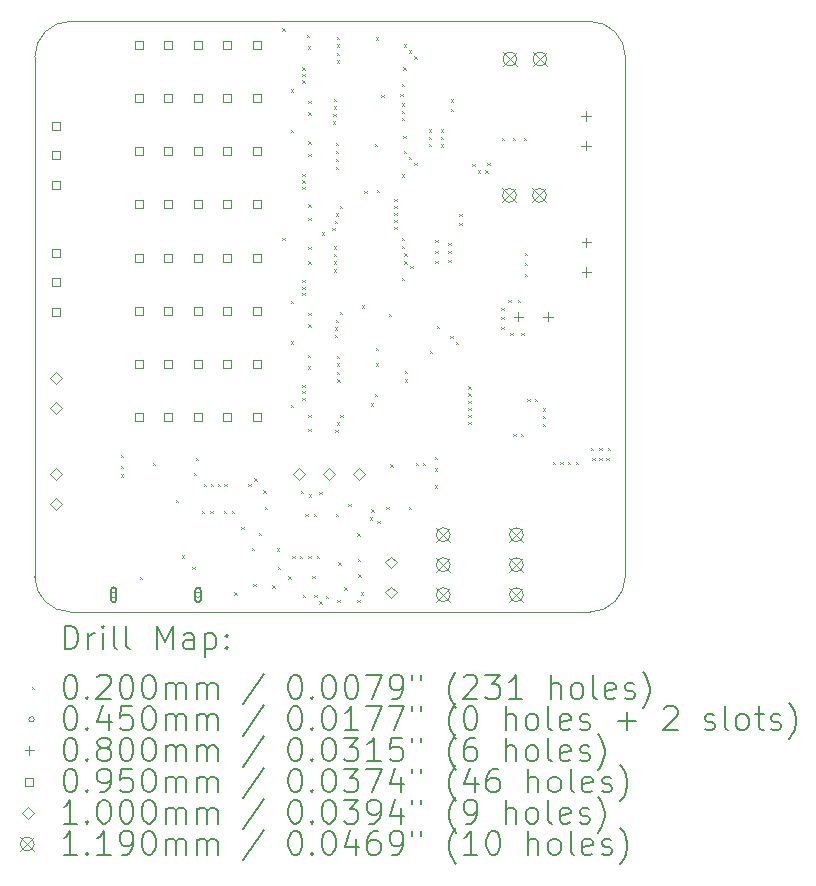
<source format=gbr>
%TF.GenerationSoftware,KiCad,Pcbnew,(6.0.7)*%
%TF.CreationDate,2022-10-27T11:50:34+02:00*%
%TF.ProjectId,pumpCon,70756d70-436f-46e2-9e6b-696361645f70,rev?*%
%TF.SameCoordinates,Original*%
%TF.FileFunction,Drillmap*%
%TF.FilePolarity,Positive*%
%FSLAX45Y45*%
G04 Gerber Fmt 4.5, Leading zero omitted, Abs format (unit mm)*
G04 Created by KiCad (PCBNEW (6.0.7)) date 2022-10-27 11:50:34*
%MOMM*%
%LPD*%
G01*
G04 APERTURE LIST*
%ADD10C,0.100000*%
%ADD11C,0.200000*%
%ADD12C,0.020000*%
%ADD13C,0.045000*%
%ADD14C,0.080000*%
%ADD15C,0.095000*%
%ADD16C,0.119000*%
G04 APERTURE END LIST*
D10*
X6200000Y-6150000D02*
G75*
G03*
X5900000Y-6450000I0J-300000D01*
G01*
X10900000Y-6450000D02*
G75*
G03*
X10600000Y-6150000I-300000J0D01*
G01*
X10600000Y-11150000D02*
X6200000Y-11150000D01*
X6200000Y-6150000D02*
X10600000Y-6150000D01*
X5900000Y-10850000D02*
X5900000Y-6450000D01*
X10900000Y-10850000D02*
X10900000Y-6450000D01*
X5900000Y-10850000D02*
G75*
G03*
X6200000Y-11150000I300000J0D01*
G01*
X10600000Y-11150000D02*
G75*
G03*
X10900000Y-10850000I0J300000D01*
G01*
D11*
D12*
X6630000Y-9820000D02*
X6650000Y-9840000D01*
X6650000Y-9820000D02*
X6630000Y-9840000D01*
X6630000Y-9915000D02*
X6650000Y-9935000D01*
X6650000Y-9915000D02*
X6630000Y-9935000D01*
X6630000Y-9985000D02*
X6650000Y-10005000D01*
X6650000Y-9985000D02*
X6630000Y-10005000D01*
X6790000Y-10850000D02*
X6810000Y-10870000D01*
X6810000Y-10850000D02*
X6790000Y-10870000D01*
X6900000Y-9886400D02*
X6920000Y-9906400D01*
X6920000Y-9886400D02*
X6900000Y-9906400D01*
X7095000Y-10200000D02*
X7115000Y-10220000D01*
X7115000Y-10200000D02*
X7095000Y-10220000D01*
X7145000Y-10670000D02*
X7165000Y-10690000D01*
X7165000Y-10670000D02*
X7145000Y-10690000D01*
X7235000Y-10770000D02*
X7255000Y-10790000D01*
X7255000Y-10770000D02*
X7235000Y-10790000D01*
X7245000Y-9970000D02*
X7265000Y-9990000D01*
X7265000Y-9970000D02*
X7245000Y-9990000D01*
X7265000Y-9845000D02*
X7285000Y-9865000D01*
X7285000Y-9845000D02*
X7265000Y-9865000D01*
X7315000Y-10295000D02*
X7335000Y-10315000D01*
X7335000Y-10295000D02*
X7315000Y-10315000D01*
X7330000Y-10065000D02*
X7350000Y-10085000D01*
X7350000Y-10065000D02*
X7330000Y-10085000D01*
X7385000Y-10295000D02*
X7405000Y-10315000D01*
X7405000Y-10295000D02*
X7385000Y-10315000D01*
X7390000Y-10065000D02*
X7410000Y-10085000D01*
X7410000Y-10065000D02*
X7390000Y-10085000D01*
X7450000Y-10065000D02*
X7470000Y-10085000D01*
X7470000Y-10065000D02*
X7450000Y-10085000D01*
X7499000Y-10295000D02*
X7519000Y-10315000D01*
X7519000Y-10295000D02*
X7499000Y-10315000D01*
X7505000Y-10065000D02*
X7525000Y-10085000D01*
X7525000Y-10065000D02*
X7505000Y-10085000D01*
X7570000Y-10294915D02*
X7590000Y-10314915D01*
X7590000Y-10294915D02*
X7570000Y-10314915D01*
X7590000Y-10985000D02*
X7610000Y-11005000D01*
X7610000Y-10985000D02*
X7590000Y-11005000D01*
X7650000Y-10430000D02*
X7670000Y-10450000D01*
X7670000Y-10430000D02*
X7650000Y-10450000D01*
X7708613Y-10063613D02*
X7728613Y-10083613D01*
X7728613Y-10063613D02*
X7708613Y-10083613D01*
X7735000Y-10605000D02*
X7755000Y-10625000D01*
X7755000Y-10605000D02*
X7735000Y-10625000D01*
X7750000Y-10910000D02*
X7770000Y-10930000D01*
X7770000Y-10910000D02*
X7750000Y-10930000D01*
X7760000Y-10020000D02*
X7780000Y-10040000D01*
X7780000Y-10020000D02*
X7760000Y-10040000D01*
X7795000Y-10480000D02*
X7815000Y-10500000D01*
X7815000Y-10480000D02*
X7795000Y-10500000D01*
X7835000Y-10120000D02*
X7855000Y-10140000D01*
X7855000Y-10120000D02*
X7835000Y-10140000D01*
X7850000Y-10260000D02*
X7870000Y-10280000D01*
X7870000Y-10260000D02*
X7850000Y-10280000D01*
X7910000Y-10925000D02*
X7930000Y-10945000D01*
X7930000Y-10925000D02*
X7910000Y-10945000D01*
X7947321Y-10610290D02*
X7967321Y-10630290D01*
X7967321Y-10610290D02*
X7947321Y-10630290D01*
X7960000Y-10770000D02*
X7980000Y-10790000D01*
X7980000Y-10770000D02*
X7960000Y-10790000D01*
X7995000Y-6210000D02*
X8015000Y-6230000D01*
X8015000Y-6210000D02*
X7995000Y-6230000D01*
X7995000Y-7980000D02*
X8015000Y-8000000D01*
X8015000Y-7980000D02*
X7995000Y-8000000D01*
X8045150Y-10847251D02*
X8065150Y-10867251D01*
X8065150Y-10847251D02*
X8045150Y-10867251D01*
X8065000Y-8860000D02*
X8085000Y-8880000D01*
X8085000Y-8860000D02*
X8065000Y-8880000D01*
X8068750Y-6723750D02*
X8088750Y-6743750D01*
X8088750Y-6723750D02*
X8068750Y-6743750D01*
X8068750Y-8516250D02*
X8088750Y-8536250D01*
X8088750Y-8516250D02*
X8068750Y-8536250D01*
X8068750Y-9398750D02*
X8088750Y-9418750D01*
X8088750Y-9398750D02*
X8068750Y-9418750D01*
X8070000Y-7070000D02*
X8090000Y-7090000D01*
X8090000Y-7070000D02*
X8070000Y-7090000D01*
X8080000Y-10675000D02*
X8100000Y-10695000D01*
X8100000Y-10675000D02*
X8080000Y-10695000D01*
X8145000Y-10675000D02*
X8165000Y-10695000D01*
X8165000Y-10675000D02*
X8145000Y-10695000D01*
X8154000Y-10125000D02*
X8174000Y-10145000D01*
X8174000Y-10125000D02*
X8154000Y-10145000D01*
X8165000Y-6540000D02*
X8185000Y-6560000D01*
X8185000Y-6540000D02*
X8165000Y-6560000D01*
X8165000Y-6595000D02*
X8185000Y-6615000D01*
X8185000Y-6595000D02*
X8165000Y-6615000D01*
X8165000Y-6650000D02*
X8185000Y-6670000D01*
X8185000Y-6650000D02*
X8165000Y-6670000D01*
X8165000Y-7440000D02*
X8185000Y-7460000D01*
X8185000Y-7440000D02*
X8165000Y-7460000D01*
X8165000Y-7495000D02*
X8185000Y-7515000D01*
X8185000Y-7495000D02*
X8165000Y-7515000D01*
X8165000Y-7550000D02*
X8185000Y-7570000D01*
X8185000Y-7550000D02*
X8165000Y-7570000D01*
X8165000Y-8340000D02*
X8185000Y-8360000D01*
X8185000Y-8340000D02*
X8165000Y-8360000D01*
X8165000Y-8395000D02*
X8185000Y-8415000D01*
X8185000Y-8395000D02*
X8165000Y-8415000D01*
X8165000Y-8450000D02*
X8185000Y-8470000D01*
X8185000Y-8450000D02*
X8165000Y-8470000D01*
X8165000Y-9225000D02*
X8185000Y-9245000D01*
X8185000Y-9225000D02*
X8165000Y-9245000D01*
X8165000Y-9280000D02*
X8185000Y-9300000D01*
X8185000Y-9280000D02*
X8165000Y-9300000D01*
X8165000Y-9335000D02*
X8185000Y-9355000D01*
X8185000Y-9335000D02*
X8165000Y-9355000D01*
X8170000Y-11005000D02*
X8190000Y-11025000D01*
X8190000Y-11005000D02*
X8170000Y-11025000D01*
X8190000Y-10317650D02*
X8210000Y-10337650D01*
X8210000Y-10317650D02*
X8190000Y-10337650D01*
X8205000Y-6265000D02*
X8225000Y-6285000D01*
X8225000Y-6265000D02*
X8205000Y-6285000D01*
X8210000Y-6360000D02*
X8230000Y-6380000D01*
X8230000Y-6360000D02*
X8210000Y-6380000D01*
X8210000Y-9070000D02*
X8230000Y-9090000D01*
X8230000Y-9070000D02*
X8210000Y-9090000D01*
X8211250Y-8973750D02*
X8231250Y-8993750D01*
X8231250Y-8973750D02*
X8211250Y-8993750D01*
X8215000Y-6820000D02*
X8235000Y-6840000D01*
X8235000Y-6820000D02*
X8215000Y-6840000D01*
X8215000Y-6920000D02*
X8235000Y-6940000D01*
X8235000Y-6920000D02*
X8215000Y-6940000D01*
X8215000Y-7165000D02*
X8235000Y-7185000D01*
X8235000Y-7165000D02*
X8215000Y-7185000D01*
X8215000Y-7270000D02*
X8235000Y-7290000D01*
X8235000Y-7270000D02*
X8215000Y-7290000D01*
X8215000Y-7700000D02*
X8235000Y-7720000D01*
X8235000Y-7700000D02*
X8215000Y-7720000D01*
X8215000Y-7815000D02*
X8235000Y-7835000D01*
X8235000Y-7815000D02*
X8215000Y-7835000D01*
X8215000Y-8060000D02*
X8235000Y-8080000D01*
X8235000Y-8060000D02*
X8215000Y-8080000D01*
X8215000Y-8180000D02*
X8235000Y-8200000D01*
X8235000Y-8180000D02*
X8215000Y-8200000D01*
X8215000Y-8615000D02*
X8235000Y-8635000D01*
X8235000Y-8615000D02*
X8215000Y-8635000D01*
X8215000Y-8715000D02*
X8235000Y-8735000D01*
X8235000Y-8715000D02*
X8215000Y-8735000D01*
X8215000Y-9480000D02*
X8235000Y-9500000D01*
X8235000Y-9480000D02*
X8215000Y-9500000D01*
X8215000Y-9600000D02*
X8235000Y-9620000D01*
X8235000Y-9600000D02*
X8215000Y-9620000D01*
X8215000Y-10675000D02*
X8235000Y-10695000D01*
X8235000Y-10675000D02*
X8215000Y-10695000D01*
X8220000Y-10155000D02*
X8240000Y-10175000D01*
X8240000Y-10155000D02*
X8220000Y-10175000D01*
X8248269Y-10842776D02*
X8268269Y-10862776D01*
X8268269Y-10842776D02*
X8248269Y-10862776D01*
X8260000Y-10320000D02*
X8280000Y-10340000D01*
X8280000Y-10320000D02*
X8260000Y-10340000D01*
X8266000Y-11005000D02*
X8286000Y-11025000D01*
X8286000Y-11005000D02*
X8266000Y-11025000D01*
X8290000Y-10675000D02*
X8310000Y-10695000D01*
X8310000Y-10675000D02*
X8290000Y-10695000D01*
X8310000Y-10135000D02*
X8330000Y-10155000D01*
X8330000Y-10135000D02*
X8310000Y-10155000D01*
X8310000Y-11060000D02*
X8330000Y-11080000D01*
X8330000Y-11060000D02*
X8310000Y-11080000D01*
X8330000Y-7935000D02*
X8350000Y-7955000D01*
X8350000Y-7935000D02*
X8330000Y-7955000D01*
X8365000Y-11015000D02*
X8385000Y-11035000D01*
X8385000Y-11015000D02*
X8365000Y-11035000D01*
X8420000Y-7900000D02*
X8440000Y-7920000D01*
X8440000Y-7900000D02*
X8420000Y-7920000D01*
X8424988Y-6995316D02*
X8444988Y-7015316D01*
X8444988Y-6995316D02*
X8424988Y-7015316D01*
X8427292Y-6932708D02*
X8447292Y-6952708D01*
X8447292Y-6932708D02*
X8427292Y-6952708D01*
X8430000Y-6870107D02*
X8450000Y-6890107D01*
X8450000Y-6870107D02*
X8430000Y-6890107D01*
X8431409Y-6806480D02*
X8451409Y-6826480D01*
X8451409Y-6806480D02*
X8431409Y-6826480D01*
X8432350Y-8055000D02*
X8452350Y-8075000D01*
X8452350Y-8055000D02*
X8432350Y-8075000D01*
X8432350Y-8117650D02*
X8452350Y-8137650D01*
X8452350Y-8117650D02*
X8432350Y-8137650D01*
X8432350Y-8180301D02*
X8452350Y-8200301D01*
X8452350Y-8180301D02*
X8432350Y-8200301D01*
X8432350Y-8250000D02*
X8452350Y-8270000D01*
X8452350Y-8250000D02*
X8432350Y-8270000D01*
X8440000Y-7840000D02*
X8460000Y-7860000D01*
X8460000Y-7840000D02*
X8440000Y-7860000D01*
X8440000Y-8740000D02*
X8460000Y-8760000D01*
X8460000Y-8740000D02*
X8440000Y-8760000D01*
X8440000Y-8805000D02*
X8460000Y-8825000D01*
X8460000Y-8805000D02*
X8440000Y-8825000D01*
X8445000Y-9610000D02*
X8465000Y-9630000D01*
X8465000Y-9610000D02*
X8445000Y-9630000D01*
X8450000Y-7180000D02*
X8470000Y-7200000D01*
X8470000Y-7180000D02*
X8450000Y-7200000D01*
X8450000Y-7245000D02*
X8470000Y-7265000D01*
X8470000Y-7245000D02*
X8450000Y-7265000D01*
X8450000Y-7315000D02*
X8470000Y-7335000D01*
X8470000Y-7315000D02*
X8450000Y-7335000D01*
X8450000Y-7380000D02*
X8470000Y-7400000D01*
X8470000Y-7380000D02*
X8450000Y-7400000D01*
X8450000Y-7775000D02*
X8470000Y-7795000D01*
X8470000Y-7775000D02*
X8450000Y-7795000D01*
X8450000Y-8675000D02*
X8470000Y-8695000D01*
X8470000Y-8675000D02*
X8450000Y-8695000D01*
X8450000Y-10320000D02*
X8470000Y-10340000D01*
X8470000Y-10320000D02*
X8450000Y-10340000D01*
X8455000Y-6280000D02*
X8475000Y-6300000D01*
X8475000Y-6280000D02*
X8455000Y-6300000D01*
X8455000Y-6345000D02*
X8475000Y-6365000D01*
X8475000Y-6345000D02*
X8455000Y-6365000D01*
X8455000Y-6415000D02*
X8475000Y-6435000D01*
X8475000Y-6415000D02*
X8455000Y-6435000D01*
X8455000Y-6480000D02*
X8475000Y-6500000D01*
X8475000Y-6480000D02*
X8455000Y-6500000D01*
X8455000Y-8980000D02*
X8475000Y-9000000D01*
X8475000Y-8980000D02*
X8455000Y-9000000D01*
X8455000Y-9045000D02*
X8475000Y-9065000D01*
X8475000Y-9045000D02*
X8455000Y-9065000D01*
X8455000Y-9115000D02*
X8475000Y-9135000D01*
X8475000Y-9115000D02*
X8455000Y-9135000D01*
X8455000Y-9545000D02*
X8475000Y-9565000D01*
X8475000Y-9545000D02*
X8455000Y-9565000D01*
X8460000Y-9180000D02*
X8480000Y-9200000D01*
X8480000Y-9180000D02*
X8460000Y-9200000D01*
X8460000Y-11045000D02*
X8480000Y-11065000D01*
X8480000Y-11045000D02*
X8460000Y-11065000D01*
X8470000Y-10730000D02*
X8490000Y-10750000D01*
X8490000Y-10730000D02*
X8470000Y-10750000D01*
X8482650Y-7710000D02*
X8502650Y-7730000D01*
X8502650Y-7710000D02*
X8482650Y-7730000D01*
X8482650Y-8610000D02*
X8502650Y-8630000D01*
X8502650Y-8610000D02*
X8482650Y-8630000D01*
X8487650Y-9480000D02*
X8507650Y-9500000D01*
X8507650Y-9480000D02*
X8487650Y-9500000D01*
X8520672Y-10941000D02*
X8540672Y-10961000D01*
X8540672Y-10941000D02*
X8520672Y-10961000D01*
X8555000Y-10235000D02*
X8575000Y-10255000D01*
X8575000Y-10235000D02*
X8555000Y-10255000D01*
X8629850Y-10483975D02*
X8649850Y-10503975D01*
X8649850Y-10483975D02*
X8629850Y-10503975D01*
X8630000Y-11050000D02*
X8650000Y-11070000D01*
X8650000Y-11050000D02*
X8630000Y-11070000D01*
X8633710Y-10700000D02*
X8653710Y-10720000D01*
X8653710Y-10700000D02*
X8633710Y-10720000D01*
X8640000Y-10830000D02*
X8660000Y-10850000D01*
X8660000Y-10830000D02*
X8640000Y-10850000D01*
X8660168Y-10983259D02*
X8680168Y-11003259D01*
X8680168Y-10983259D02*
X8660168Y-11003259D01*
X8670000Y-8555000D02*
X8690000Y-8575000D01*
X8690000Y-8555000D02*
X8670000Y-8575000D01*
X8690000Y-7585000D02*
X8710000Y-7605000D01*
X8710000Y-7585000D02*
X8690000Y-7605000D01*
X8735000Y-10350000D02*
X8755000Y-10370000D01*
X8755000Y-10350000D02*
X8735000Y-10370000D01*
X8745000Y-9385000D02*
X8765000Y-9405000D01*
X8765000Y-9385000D02*
X8745000Y-9405000D01*
X8750000Y-10280000D02*
X8770000Y-10300000D01*
X8770000Y-10280000D02*
X8750000Y-10300000D01*
X8780000Y-7185000D02*
X8800000Y-7205000D01*
X8800000Y-7185000D02*
X8780000Y-7205000D01*
X8780000Y-9305000D02*
X8800000Y-9325000D01*
X8800000Y-9305000D02*
X8780000Y-9325000D01*
X8785000Y-6285000D02*
X8805000Y-6305000D01*
X8805000Y-6285000D02*
X8785000Y-6305000D01*
X8790000Y-8915000D02*
X8810000Y-8935000D01*
X8810000Y-8915000D02*
X8790000Y-8935000D01*
X8790000Y-9045000D02*
X8810000Y-9065000D01*
X8810000Y-9045000D02*
X8790000Y-9065000D01*
X8795000Y-7575000D02*
X8815000Y-7595000D01*
X8815000Y-7575000D02*
X8795000Y-7595000D01*
X8798930Y-10378296D02*
X8818930Y-10398296D01*
X8818930Y-10378296D02*
X8798930Y-10398296D01*
X8834850Y-6770000D02*
X8854850Y-6790000D01*
X8854850Y-6770000D02*
X8834850Y-6790000D01*
X8875000Y-10260000D02*
X8895000Y-10280000D01*
X8895000Y-10260000D02*
X8875000Y-10280000D01*
X8900000Y-8625000D02*
X8920000Y-8645000D01*
X8920000Y-8625000D02*
X8900000Y-8645000D01*
X8910000Y-9900000D02*
X8930000Y-9920000D01*
X8930000Y-9900000D02*
X8910000Y-9920000D01*
X8945000Y-7650000D02*
X8965000Y-7670000D01*
X8965000Y-7650000D02*
X8945000Y-7670000D01*
X8945000Y-7710000D02*
X8965000Y-7730000D01*
X8965000Y-7710000D02*
X8945000Y-7730000D01*
X8945000Y-7770000D02*
X8965000Y-7790000D01*
X8965000Y-7770000D02*
X8945000Y-7790000D01*
X8945000Y-7830000D02*
X8965000Y-7850000D01*
X8965000Y-7830000D02*
X8945000Y-7850000D01*
X8945000Y-7890000D02*
X8965000Y-7910000D01*
X8965000Y-7890000D02*
X8945000Y-7910000D01*
X8995000Y-6765000D02*
X9015000Y-6785000D01*
X9015000Y-6765000D02*
X8995000Y-6785000D01*
X9005000Y-7445000D02*
X9025000Y-7465000D01*
X9025000Y-7445000D02*
X9005000Y-7465000D01*
X9005000Y-7985000D02*
X9025000Y-8005000D01*
X9025000Y-7985000D02*
X9005000Y-8005000D01*
X9006000Y-8050000D02*
X9026000Y-8070000D01*
X9026000Y-8050000D02*
X9006000Y-8070000D01*
X9008887Y-8321113D02*
X9028887Y-8341113D01*
X9028887Y-8321113D02*
X9008887Y-8341113D01*
X9010000Y-6680000D02*
X9030000Y-6700000D01*
X9030000Y-6680000D02*
X9010000Y-6700000D01*
X9010000Y-6845000D02*
X9030000Y-6865000D01*
X9030000Y-6845000D02*
X9010000Y-6865000D01*
X9010000Y-6905000D02*
X9030000Y-6925000D01*
X9030000Y-6905000D02*
X9010000Y-6925000D01*
X9010000Y-6965000D02*
X9030000Y-6985000D01*
X9030000Y-6965000D02*
X9010000Y-6985000D01*
X9020000Y-6540000D02*
X9040000Y-6560000D01*
X9040000Y-6540000D02*
X9020000Y-6560000D01*
X9020000Y-7120000D02*
X9040000Y-7140000D01*
X9040000Y-7120000D02*
X9020000Y-7140000D01*
X9025000Y-6345000D02*
X9045000Y-6365000D01*
X9045000Y-6345000D02*
X9025000Y-6365000D01*
X9025000Y-7245000D02*
X9045000Y-7265000D01*
X9045000Y-7245000D02*
X9025000Y-7265000D01*
X9030000Y-8115000D02*
X9050000Y-8135000D01*
X9050000Y-8115000D02*
X9030000Y-8135000D01*
X9030000Y-8180000D02*
X9050000Y-8200000D01*
X9050000Y-8180000D02*
X9030000Y-8200000D01*
X9035000Y-9110000D02*
X9055000Y-9130000D01*
X9055000Y-9110000D02*
X9035000Y-9130000D01*
X9035000Y-9180000D02*
X9055000Y-9200000D01*
X9055000Y-9180000D02*
X9035000Y-9200000D01*
X9065000Y-10260000D02*
X9085000Y-10280000D01*
X9085000Y-10260000D02*
X9065000Y-10280000D01*
X9069000Y-6395000D02*
X9089000Y-6415000D01*
X9089000Y-6395000D02*
X9069000Y-6415000D01*
X9069000Y-7295000D02*
X9089000Y-7315000D01*
X9089000Y-7295000D02*
X9069000Y-7315000D01*
X9080000Y-8220000D02*
X9100000Y-8240000D01*
X9100000Y-8220000D02*
X9080000Y-8240000D01*
X9113000Y-6445000D02*
X9133000Y-6465000D01*
X9133000Y-6445000D02*
X9113000Y-6465000D01*
X9113000Y-7350000D02*
X9133000Y-7370000D01*
X9133000Y-7350000D02*
X9113000Y-7370000D01*
X9125000Y-9890000D02*
X9145000Y-9910000D01*
X9145000Y-9890000D02*
X9125000Y-9910000D01*
X9185000Y-9890000D02*
X9205000Y-9910000D01*
X9205000Y-9890000D02*
X9185000Y-9910000D01*
X9235000Y-7065000D02*
X9255000Y-7085000D01*
X9255000Y-7065000D02*
X9235000Y-7085000D01*
X9235000Y-7125000D02*
X9255000Y-7145000D01*
X9255000Y-7125000D02*
X9235000Y-7145000D01*
X9235000Y-7185000D02*
X9255000Y-7205000D01*
X9255000Y-7185000D02*
X9235000Y-7205000D01*
X9245000Y-8940000D02*
X9265000Y-8960000D01*
X9265000Y-8940000D02*
X9245000Y-8960000D01*
X9285000Y-9935000D02*
X9305000Y-9955000D01*
X9305000Y-9935000D02*
X9285000Y-9955000D01*
X9285000Y-10077500D02*
X9305000Y-10097500D01*
X9305000Y-10077500D02*
X9285000Y-10097500D01*
X9287500Y-9837500D02*
X9307500Y-9857500D01*
X9307500Y-9837500D02*
X9287500Y-9857500D01*
X9290000Y-8000000D02*
X9310000Y-8020000D01*
X9310000Y-8000000D02*
X9290000Y-8020000D01*
X9290000Y-8090000D02*
X9310000Y-8110000D01*
X9310000Y-8090000D02*
X9290000Y-8110000D01*
X9290000Y-8175000D02*
X9310000Y-8195000D01*
X9310000Y-8175000D02*
X9290000Y-8195000D01*
X9305000Y-8730000D02*
X9325000Y-8750000D01*
X9325000Y-8730000D02*
X9305000Y-8750000D01*
X9335000Y-7065000D02*
X9355000Y-7085000D01*
X9355000Y-7065000D02*
X9335000Y-7085000D01*
X9335000Y-7125000D02*
X9355000Y-7145000D01*
X9355000Y-7125000D02*
X9335000Y-7145000D01*
X9335000Y-7190000D02*
X9355000Y-7210000D01*
X9355000Y-7190000D02*
X9335000Y-7210000D01*
X9400000Y-8025000D02*
X9420000Y-8045000D01*
X9420000Y-8025000D02*
X9400000Y-8045000D01*
X9400000Y-8090000D02*
X9420000Y-8110000D01*
X9420000Y-8090000D02*
X9400000Y-8110000D01*
X9400000Y-8170000D02*
X9420000Y-8190000D01*
X9420000Y-8170000D02*
X9400000Y-8190000D01*
X9418450Y-8810000D02*
X9438450Y-8830000D01*
X9438450Y-8810000D02*
X9418450Y-8830000D01*
X9420000Y-6810000D02*
X9440000Y-6830000D01*
X9440000Y-6810000D02*
X9420000Y-6830000D01*
X9420000Y-6890000D02*
X9440000Y-6910000D01*
X9440000Y-6890000D02*
X9420000Y-6910000D01*
X9464000Y-8865000D02*
X9484000Y-8885000D01*
X9484000Y-8865000D02*
X9464000Y-8885000D01*
X9495000Y-7780000D02*
X9515000Y-7800000D01*
X9515000Y-7780000D02*
X9495000Y-7800000D01*
X9495000Y-7855000D02*
X9515000Y-7875000D01*
X9515000Y-7855000D02*
X9495000Y-7875000D01*
X9570000Y-9240000D02*
X9590000Y-9260000D01*
X9590000Y-9240000D02*
X9570000Y-9260000D01*
X9570000Y-9300000D02*
X9590000Y-9320000D01*
X9590000Y-9300000D02*
X9570000Y-9320000D01*
X9570000Y-9360000D02*
X9590000Y-9380000D01*
X9590000Y-9360000D02*
X9570000Y-9380000D01*
X9570000Y-9420000D02*
X9590000Y-9440000D01*
X9590000Y-9420000D02*
X9570000Y-9440000D01*
X9570000Y-9480000D02*
X9590000Y-9500000D01*
X9590000Y-9480000D02*
X9570000Y-9500000D01*
X9570000Y-9540000D02*
X9590000Y-9560000D01*
X9590000Y-9540000D02*
X9570000Y-9560000D01*
X9605000Y-7355000D02*
X9625000Y-7375000D01*
X9625000Y-7355000D02*
X9605000Y-7375000D01*
X9650000Y-7410000D02*
X9670000Y-7430000D01*
X9670000Y-7410000D02*
X9650000Y-7430000D01*
X9715000Y-7410000D02*
X9735000Y-7430000D01*
X9735000Y-7410000D02*
X9715000Y-7430000D01*
X9730625Y-7349329D02*
X9750625Y-7369329D01*
X9750625Y-7349329D02*
X9730625Y-7369329D01*
X9850000Y-8575000D02*
X9870000Y-8595000D01*
X9870000Y-8575000D02*
X9850000Y-8595000D01*
X9850000Y-8650000D02*
X9870000Y-8670000D01*
X9870000Y-8650000D02*
X9850000Y-8670000D01*
X9850000Y-8735000D02*
X9870000Y-8755000D01*
X9870000Y-8735000D02*
X9850000Y-8755000D01*
X9855000Y-7135000D02*
X9875000Y-7155000D01*
X9875000Y-7135000D02*
X9855000Y-7155000D01*
X9910000Y-8505000D02*
X9930000Y-8525000D01*
X9930000Y-8505000D02*
X9910000Y-8525000D01*
X9925000Y-8785000D02*
X9945000Y-8805000D01*
X9945000Y-8785000D02*
X9925000Y-8805000D01*
X9945000Y-7135000D02*
X9965000Y-7155000D01*
X9965000Y-7135000D02*
X9945000Y-7155000D01*
X9950000Y-9640000D02*
X9970000Y-9660000D01*
X9970000Y-9640000D02*
X9950000Y-9660000D01*
X9990000Y-8505000D02*
X10010000Y-8525000D01*
X10010000Y-8505000D02*
X9990000Y-8525000D01*
X10015000Y-9640000D02*
X10035000Y-9660000D01*
X10035000Y-9640000D02*
X10015000Y-9660000D01*
X10020000Y-8785000D02*
X10040000Y-8805000D01*
X10040000Y-8785000D02*
X10020000Y-8805000D01*
X10040000Y-7135000D02*
X10060000Y-7155000D01*
X10060000Y-7135000D02*
X10040000Y-7155000D01*
X10050000Y-8110000D02*
X10070000Y-8130000D01*
X10070000Y-8110000D02*
X10050000Y-8130000D01*
X10050000Y-8195000D02*
X10070000Y-8215000D01*
X10070000Y-8195000D02*
X10050000Y-8215000D01*
X10050000Y-8285000D02*
X10070000Y-8305000D01*
X10070000Y-8285000D02*
X10050000Y-8305000D01*
X10070000Y-9347650D02*
X10090000Y-9367650D01*
X10090000Y-9347650D02*
X10070000Y-9367650D01*
X10135000Y-9347650D02*
X10155000Y-9367650D01*
X10155000Y-9347650D02*
X10135000Y-9367650D01*
X10200000Y-9425000D02*
X10220000Y-9445000D01*
X10220000Y-9425000D02*
X10200000Y-9445000D01*
X10200000Y-9490000D02*
X10220000Y-9510000D01*
X10220000Y-9490000D02*
X10200000Y-9510000D01*
X10200000Y-9555000D02*
X10220000Y-9575000D01*
X10220000Y-9555000D02*
X10200000Y-9575000D01*
X10285000Y-9880000D02*
X10305000Y-9900000D01*
X10305000Y-9880000D02*
X10285000Y-9900000D01*
X10350000Y-9880000D02*
X10370000Y-9900000D01*
X10370000Y-9880000D02*
X10350000Y-9900000D01*
X10415000Y-9880000D02*
X10435000Y-9900000D01*
X10435000Y-9880000D02*
X10415000Y-9900000D01*
X10480000Y-9880000D02*
X10500000Y-9900000D01*
X10500000Y-9880000D02*
X10480000Y-9900000D01*
X10610000Y-9760000D02*
X10630000Y-9780000D01*
X10630000Y-9760000D02*
X10610000Y-9780000D01*
X10620000Y-9845000D02*
X10640000Y-9865000D01*
X10640000Y-9845000D02*
X10620000Y-9865000D01*
X10680000Y-9760000D02*
X10700000Y-9780000D01*
X10700000Y-9760000D02*
X10680000Y-9780000D01*
X10680000Y-9845000D02*
X10700000Y-9865000D01*
X10700000Y-9845000D02*
X10680000Y-9865000D01*
X10740000Y-9845000D02*
X10760000Y-9865000D01*
X10760000Y-9845000D02*
X10740000Y-9865000D01*
X10750000Y-9760000D02*
X10770000Y-9780000D01*
X10770000Y-9760000D02*
X10750000Y-9780000D01*
D13*
X6590000Y-11005000D02*
G75*
G03*
X6590000Y-11005000I-22500J0D01*
G01*
D11*
X6590000Y-11045000D02*
X6590000Y-10965000D01*
X6545000Y-11045000D02*
X6545000Y-10965000D01*
X6590000Y-10965000D02*
G75*
G03*
X6545000Y-10965000I-22500J0D01*
G01*
X6545000Y-11045000D02*
G75*
G03*
X6590000Y-11045000I22500J0D01*
G01*
D13*
X7305000Y-11005000D02*
G75*
G03*
X7305000Y-11005000I-22500J0D01*
G01*
D11*
X7260000Y-10965000D02*
X7260000Y-11045000D01*
X7305000Y-10965000D02*
X7305000Y-11045000D01*
X7260000Y-11045000D02*
G75*
G03*
X7305000Y-11045000I22500J0D01*
G01*
X7305000Y-10965000D02*
G75*
G03*
X7260000Y-10965000I-22500J0D01*
G01*
D14*
X9995000Y-8610000D02*
X9995000Y-8690000D01*
X9955000Y-8650000D02*
X10035000Y-8650000D01*
X10245000Y-8610000D02*
X10245000Y-8690000D01*
X10205000Y-8650000D02*
X10285000Y-8650000D01*
X10565000Y-6911762D02*
X10565000Y-6991762D01*
X10525000Y-6951762D02*
X10605000Y-6951762D01*
X10565000Y-7161762D02*
X10565000Y-7241762D01*
X10525000Y-7201762D02*
X10605000Y-7201762D01*
X10570000Y-7981762D02*
X10570000Y-8061762D01*
X10530000Y-8021762D02*
X10610000Y-8021762D01*
X10570000Y-8231762D02*
X10570000Y-8311762D01*
X10530000Y-8271762D02*
X10610000Y-8271762D01*
D15*
X6113588Y-7068588D02*
X6113588Y-7001412D01*
X6046412Y-7001412D01*
X6046412Y-7068588D01*
X6113588Y-7068588D01*
X6113588Y-7318588D02*
X6113588Y-7251412D01*
X6046412Y-7251412D01*
X6046412Y-7318588D01*
X6113588Y-7318588D01*
X6113588Y-7568588D02*
X6113588Y-7501412D01*
X6046412Y-7501412D01*
X6046412Y-7568588D01*
X6113588Y-7568588D01*
X6113588Y-8143588D02*
X6113588Y-8076412D01*
X6046412Y-8076412D01*
X6046412Y-8143588D01*
X6113588Y-8143588D01*
X6113588Y-8393588D02*
X6113588Y-8326412D01*
X6046412Y-8326412D01*
X6046412Y-8393588D01*
X6113588Y-8393588D01*
X6113588Y-8643588D02*
X6113588Y-8576412D01*
X6046412Y-8576412D01*
X6046412Y-8643588D01*
X6113588Y-8643588D01*
X6813588Y-6383588D02*
X6813588Y-6316412D01*
X6746412Y-6316412D01*
X6746412Y-6383588D01*
X6813588Y-6383588D01*
X6813588Y-6833588D02*
X6813588Y-6766412D01*
X6746412Y-6766412D01*
X6746412Y-6833588D01*
X6813588Y-6833588D01*
X6813588Y-7283588D02*
X6813588Y-7216412D01*
X6746412Y-7216412D01*
X6746412Y-7283588D01*
X6813588Y-7283588D01*
X6813588Y-7733588D02*
X6813588Y-7666412D01*
X6746412Y-7666412D01*
X6746412Y-7733588D01*
X6813588Y-7733588D01*
X6813588Y-8183588D02*
X6813588Y-8116412D01*
X6746412Y-8116412D01*
X6746412Y-8183588D01*
X6813588Y-8183588D01*
X6813588Y-8633588D02*
X6813588Y-8566412D01*
X6746412Y-8566412D01*
X6746412Y-8633588D01*
X6813588Y-8633588D01*
X6813588Y-9083588D02*
X6813588Y-9016412D01*
X6746412Y-9016412D01*
X6746412Y-9083588D01*
X6813588Y-9083588D01*
X6813588Y-9533588D02*
X6813588Y-9466412D01*
X6746412Y-9466412D01*
X6746412Y-9533588D01*
X6813588Y-9533588D01*
X7063588Y-6383588D02*
X7063588Y-6316412D01*
X6996412Y-6316412D01*
X6996412Y-6383588D01*
X7063588Y-6383588D01*
X7063588Y-6833588D02*
X7063588Y-6766412D01*
X6996412Y-6766412D01*
X6996412Y-6833588D01*
X7063588Y-6833588D01*
X7063588Y-7283588D02*
X7063588Y-7216412D01*
X6996412Y-7216412D01*
X6996412Y-7283588D01*
X7063588Y-7283588D01*
X7063588Y-7733588D02*
X7063588Y-7666412D01*
X6996412Y-7666412D01*
X6996412Y-7733588D01*
X7063588Y-7733588D01*
X7063588Y-8183588D02*
X7063588Y-8116412D01*
X6996412Y-8116412D01*
X6996412Y-8183588D01*
X7063588Y-8183588D01*
X7063588Y-8633588D02*
X7063588Y-8566412D01*
X6996412Y-8566412D01*
X6996412Y-8633588D01*
X7063588Y-8633588D01*
X7063588Y-9083588D02*
X7063588Y-9016412D01*
X6996412Y-9016412D01*
X6996412Y-9083588D01*
X7063588Y-9083588D01*
X7063588Y-9533588D02*
X7063588Y-9466412D01*
X6996412Y-9466412D01*
X6996412Y-9533588D01*
X7063588Y-9533588D01*
X7313588Y-6383588D02*
X7313588Y-6316412D01*
X7246412Y-6316412D01*
X7246412Y-6383588D01*
X7313588Y-6383588D01*
X7313588Y-6833588D02*
X7313588Y-6766412D01*
X7246412Y-6766412D01*
X7246412Y-6833588D01*
X7313588Y-6833588D01*
X7313588Y-7283588D02*
X7313588Y-7216412D01*
X7246412Y-7216412D01*
X7246412Y-7283588D01*
X7313588Y-7283588D01*
X7313588Y-7733588D02*
X7313588Y-7666412D01*
X7246412Y-7666412D01*
X7246412Y-7733588D01*
X7313588Y-7733588D01*
X7313588Y-8183588D02*
X7313588Y-8116412D01*
X7246412Y-8116412D01*
X7246412Y-8183588D01*
X7313588Y-8183588D01*
X7313588Y-8633588D02*
X7313588Y-8566412D01*
X7246412Y-8566412D01*
X7246412Y-8633588D01*
X7313588Y-8633588D01*
X7313588Y-9083588D02*
X7313588Y-9016412D01*
X7246412Y-9016412D01*
X7246412Y-9083588D01*
X7313588Y-9083588D01*
X7313588Y-9533588D02*
X7313588Y-9466412D01*
X7246412Y-9466412D01*
X7246412Y-9533588D01*
X7313588Y-9533588D01*
X7563588Y-6383588D02*
X7563588Y-6316412D01*
X7496412Y-6316412D01*
X7496412Y-6383588D01*
X7563588Y-6383588D01*
X7563588Y-6833588D02*
X7563588Y-6766412D01*
X7496412Y-6766412D01*
X7496412Y-6833588D01*
X7563588Y-6833588D01*
X7563588Y-7283588D02*
X7563588Y-7216412D01*
X7496412Y-7216412D01*
X7496412Y-7283588D01*
X7563588Y-7283588D01*
X7563588Y-7733588D02*
X7563588Y-7666412D01*
X7496412Y-7666412D01*
X7496412Y-7733588D01*
X7563588Y-7733588D01*
X7563588Y-8183588D02*
X7563588Y-8116412D01*
X7496412Y-8116412D01*
X7496412Y-8183588D01*
X7563588Y-8183588D01*
X7563588Y-8633588D02*
X7563588Y-8566412D01*
X7496412Y-8566412D01*
X7496412Y-8633588D01*
X7563588Y-8633588D01*
X7563588Y-9083588D02*
X7563588Y-9016412D01*
X7496412Y-9016412D01*
X7496412Y-9083588D01*
X7563588Y-9083588D01*
X7563588Y-9533588D02*
X7563588Y-9466412D01*
X7496412Y-9466412D01*
X7496412Y-9533588D01*
X7563588Y-9533588D01*
X7813588Y-6383588D02*
X7813588Y-6316412D01*
X7746412Y-6316412D01*
X7746412Y-6383588D01*
X7813588Y-6383588D01*
X7813588Y-6833588D02*
X7813588Y-6766412D01*
X7746412Y-6766412D01*
X7746412Y-6833588D01*
X7813588Y-6833588D01*
X7813588Y-7283588D02*
X7813588Y-7216412D01*
X7746412Y-7216412D01*
X7746412Y-7283588D01*
X7813588Y-7283588D01*
X7813588Y-7733588D02*
X7813588Y-7666412D01*
X7746412Y-7666412D01*
X7746412Y-7733588D01*
X7813588Y-7733588D01*
X7813588Y-8183588D02*
X7813588Y-8116412D01*
X7746412Y-8116412D01*
X7746412Y-8183588D01*
X7813588Y-8183588D01*
X7813588Y-8633588D02*
X7813588Y-8566412D01*
X7746412Y-8566412D01*
X7746412Y-8633588D01*
X7813588Y-8633588D01*
X7813588Y-9083588D02*
X7813588Y-9016412D01*
X7746412Y-9016412D01*
X7746412Y-9083588D01*
X7813588Y-9083588D01*
X7813588Y-9533588D02*
X7813588Y-9466412D01*
X7746412Y-9466412D01*
X7746412Y-9533588D01*
X7813588Y-9533588D01*
D10*
X6080000Y-9220000D02*
X6130000Y-9170000D01*
X6080000Y-9120000D01*
X6030000Y-9170000D01*
X6080000Y-9220000D01*
X6080000Y-9470000D02*
X6130000Y-9420000D01*
X6080000Y-9370000D01*
X6030000Y-9420000D01*
X6080000Y-9470000D01*
X6080000Y-10035000D02*
X6130000Y-9985000D01*
X6080000Y-9935000D01*
X6030000Y-9985000D01*
X6080000Y-10035000D01*
X6080000Y-10285000D02*
X6130000Y-10235000D01*
X6080000Y-10185000D01*
X6030000Y-10235000D01*
X6080000Y-10285000D01*
X8139500Y-10030000D02*
X8189500Y-9980000D01*
X8139500Y-9930000D01*
X8089500Y-9980000D01*
X8139500Y-10030000D01*
X8393500Y-10030000D02*
X8443500Y-9980000D01*
X8393500Y-9930000D01*
X8343500Y-9980000D01*
X8393500Y-10030000D01*
X8647500Y-10030000D02*
X8697500Y-9980000D01*
X8647500Y-9930000D01*
X8597500Y-9980000D01*
X8647500Y-10030000D01*
X8917500Y-10781000D02*
X8967500Y-10731000D01*
X8917500Y-10681000D01*
X8867500Y-10731000D01*
X8917500Y-10781000D01*
X8917500Y-11035000D02*
X8967500Y-10985000D01*
X8917500Y-10935000D01*
X8867500Y-10985000D01*
X8917500Y-11035000D01*
D16*
X9298500Y-10436500D02*
X9417500Y-10555500D01*
X9417500Y-10436500D02*
X9298500Y-10555500D01*
X9417500Y-10496000D02*
G75*
G03*
X9417500Y-10496000I-59500J0D01*
G01*
X9298500Y-10690500D02*
X9417500Y-10809500D01*
X9417500Y-10690500D02*
X9298500Y-10809500D01*
X9417500Y-10750000D02*
G75*
G03*
X9417500Y-10750000I-59500J0D01*
G01*
X9298500Y-10944500D02*
X9417500Y-11063500D01*
X9417500Y-10944500D02*
X9298500Y-11063500D01*
X9417500Y-11004000D02*
G75*
G03*
X9417500Y-11004000I-59500J0D01*
G01*
X9858500Y-7563500D02*
X9977500Y-7682500D01*
X9977500Y-7563500D02*
X9858500Y-7682500D01*
X9977500Y-7623000D02*
G75*
G03*
X9977500Y-7623000I-59500J0D01*
G01*
X9863500Y-6408500D02*
X9982500Y-6527500D01*
X9982500Y-6408500D02*
X9863500Y-6527500D01*
X9982500Y-6468000D02*
G75*
G03*
X9982500Y-6468000I-59500J0D01*
G01*
X9918500Y-10436500D02*
X10037500Y-10555500D01*
X10037500Y-10436500D02*
X9918500Y-10555500D01*
X10037500Y-10496000D02*
G75*
G03*
X10037500Y-10496000I-59500J0D01*
G01*
X9918500Y-10690500D02*
X10037500Y-10809500D01*
X10037500Y-10690500D02*
X9918500Y-10809500D01*
X10037500Y-10750000D02*
G75*
G03*
X10037500Y-10750000I-59500J0D01*
G01*
X9918500Y-10944500D02*
X10037500Y-11063500D01*
X10037500Y-10944500D02*
X9918500Y-11063500D01*
X10037500Y-11004000D02*
G75*
G03*
X10037500Y-11004000I-59500J0D01*
G01*
X10112500Y-7563500D02*
X10231500Y-7682500D01*
X10231500Y-7563500D02*
X10112500Y-7682500D01*
X10231500Y-7623000D02*
G75*
G03*
X10231500Y-7623000I-59500J0D01*
G01*
X10117500Y-6408500D02*
X10236500Y-6527500D01*
X10236500Y-6408500D02*
X10117500Y-6527500D01*
X10236500Y-6468000D02*
G75*
G03*
X10236500Y-6468000I-59500J0D01*
G01*
D11*
X6152619Y-11465476D02*
X6152619Y-11265476D01*
X6200238Y-11265476D01*
X6228809Y-11275000D01*
X6247857Y-11294048D01*
X6257381Y-11313095D01*
X6266905Y-11351190D01*
X6266905Y-11379762D01*
X6257381Y-11417857D01*
X6247857Y-11436905D01*
X6228809Y-11455952D01*
X6200238Y-11465476D01*
X6152619Y-11465476D01*
X6352619Y-11465476D02*
X6352619Y-11332143D01*
X6352619Y-11370238D02*
X6362143Y-11351190D01*
X6371667Y-11341667D01*
X6390714Y-11332143D01*
X6409762Y-11332143D01*
X6476428Y-11465476D02*
X6476428Y-11332143D01*
X6476428Y-11265476D02*
X6466905Y-11275000D01*
X6476428Y-11284524D01*
X6485952Y-11275000D01*
X6476428Y-11265476D01*
X6476428Y-11284524D01*
X6600238Y-11465476D02*
X6581190Y-11455952D01*
X6571667Y-11436905D01*
X6571667Y-11265476D01*
X6705000Y-11465476D02*
X6685952Y-11455952D01*
X6676428Y-11436905D01*
X6676428Y-11265476D01*
X6933571Y-11465476D02*
X6933571Y-11265476D01*
X7000238Y-11408333D01*
X7066905Y-11265476D01*
X7066905Y-11465476D01*
X7247857Y-11465476D02*
X7247857Y-11360714D01*
X7238333Y-11341667D01*
X7219286Y-11332143D01*
X7181190Y-11332143D01*
X7162143Y-11341667D01*
X7247857Y-11455952D02*
X7228809Y-11465476D01*
X7181190Y-11465476D01*
X7162143Y-11455952D01*
X7152619Y-11436905D01*
X7152619Y-11417857D01*
X7162143Y-11398809D01*
X7181190Y-11389286D01*
X7228809Y-11389286D01*
X7247857Y-11379762D01*
X7343095Y-11332143D02*
X7343095Y-11532143D01*
X7343095Y-11341667D02*
X7362143Y-11332143D01*
X7400238Y-11332143D01*
X7419286Y-11341667D01*
X7428809Y-11351190D01*
X7438333Y-11370238D01*
X7438333Y-11427381D01*
X7428809Y-11446428D01*
X7419286Y-11455952D01*
X7400238Y-11465476D01*
X7362143Y-11465476D01*
X7343095Y-11455952D01*
X7524048Y-11446428D02*
X7533571Y-11455952D01*
X7524048Y-11465476D01*
X7514524Y-11455952D01*
X7524048Y-11446428D01*
X7524048Y-11465476D01*
X7524048Y-11341667D02*
X7533571Y-11351190D01*
X7524048Y-11360714D01*
X7514524Y-11351190D01*
X7524048Y-11341667D01*
X7524048Y-11360714D01*
D12*
X5875000Y-11785000D02*
X5895000Y-11805000D01*
X5895000Y-11785000D02*
X5875000Y-11805000D01*
D11*
X6190714Y-11685476D02*
X6209762Y-11685476D01*
X6228809Y-11695000D01*
X6238333Y-11704524D01*
X6247857Y-11723571D01*
X6257381Y-11761667D01*
X6257381Y-11809286D01*
X6247857Y-11847381D01*
X6238333Y-11866428D01*
X6228809Y-11875952D01*
X6209762Y-11885476D01*
X6190714Y-11885476D01*
X6171667Y-11875952D01*
X6162143Y-11866428D01*
X6152619Y-11847381D01*
X6143095Y-11809286D01*
X6143095Y-11761667D01*
X6152619Y-11723571D01*
X6162143Y-11704524D01*
X6171667Y-11695000D01*
X6190714Y-11685476D01*
X6343095Y-11866428D02*
X6352619Y-11875952D01*
X6343095Y-11885476D01*
X6333571Y-11875952D01*
X6343095Y-11866428D01*
X6343095Y-11885476D01*
X6428809Y-11704524D02*
X6438333Y-11695000D01*
X6457381Y-11685476D01*
X6505000Y-11685476D01*
X6524048Y-11695000D01*
X6533571Y-11704524D01*
X6543095Y-11723571D01*
X6543095Y-11742619D01*
X6533571Y-11771190D01*
X6419286Y-11885476D01*
X6543095Y-11885476D01*
X6666905Y-11685476D02*
X6685952Y-11685476D01*
X6705000Y-11695000D01*
X6714524Y-11704524D01*
X6724048Y-11723571D01*
X6733571Y-11761667D01*
X6733571Y-11809286D01*
X6724048Y-11847381D01*
X6714524Y-11866428D01*
X6705000Y-11875952D01*
X6685952Y-11885476D01*
X6666905Y-11885476D01*
X6647857Y-11875952D01*
X6638333Y-11866428D01*
X6628809Y-11847381D01*
X6619286Y-11809286D01*
X6619286Y-11761667D01*
X6628809Y-11723571D01*
X6638333Y-11704524D01*
X6647857Y-11695000D01*
X6666905Y-11685476D01*
X6857381Y-11685476D02*
X6876428Y-11685476D01*
X6895476Y-11695000D01*
X6905000Y-11704524D01*
X6914524Y-11723571D01*
X6924048Y-11761667D01*
X6924048Y-11809286D01*
X6914524Y-11847381D01*
X6905000Y-11866428D01*
X6895476Y-11875952D01*
X6876428Y-11885476D01*
X6857381Y-11885476D01*
X6838333Y-11875952D01*
X6828809Y-11866428D01*
X6819286Y-11847381D01*
X6809762Y-11809286D01*
X6809762Y-11761667D01*
X6819286Y-11723571D01*
X6828809Y-11704524D01*
X6838333Y-11695000D01*
X6857381Y-11685476D01*
X7009762Y-11885476D02*
X7009762Y-11752143D01*
X7009762Y-11771190D02*
X7019286Y-11761667D01*
X7038333Y-11752143D01*
X7066905Y-11752143D01*
X7085952Y-11761667D01*
X7095476Y-11780714D01*
X7095476Y-11885476D01*
X7095476Y-11780714D02*
X7105000Y-11761667D01*
X7124048Y-11752143D01*
X7152619Y-11752143D01*
X7171667Y-11761667D01*
X7181190Y-11780714D01*
X7181190Y-11885476D01*
X7276428Y-11885476D02*
X7276428Y-11752143D01*
X7276428Y-11771190D02*
X7285952Y-11761667D01*
X7305000Y-11752143D01*
X7333571Y-11752143D01*
X7352619Y-11761667D01*
X7362143Y-11780714D01*
X7362143Y-11885476D01*
X7362143Y-11780714D02*
X7371667Y-11761667D01*
X7390714Y-11752143D01*
X7419286Y-11752143D01*
X7438333Y-11761667D01*
X7447857Y-11780714D01*
X7447857Y-11885476D01*
X7838333Y-11675952D02*
X7666905Y-11933095D01*
X8095476Y-11685476D02*
X8114524Y-11685476D01*
X8133571Y-11695000D01*
X8143095Y-11704524D01*
X8152619Y-11723571D01*
X8162143Y-11761667D01*
X8162143Y-11809286D01*
X8152619Y-11847381D01*
X8143095Y-11866428D01*
X8133571Y-11875952D01*
X8114524Y-11885476D01*
X8095476Y-11885476D01*
X8076428Y-11875952D01*
X8066905Y-11866428D01*
X8057381Y-11847381D01*
X8047857Y-11809286D01*
X8047857Y-11761667D01*
X8057381Y-11723571D01*
X8066905Y-11704524D01*
X8076428Y-11695000D01*
X8095476Y-11685476D01*
X8247857Y-11866428D02*
X8257381Y-11875952D01*
X8247857Y-11885476D01*
X8238333Y-11875952D01*
X8247857Y-11866428D01*
X8247857Y-11885476D01*
X8381190Y-11685476D02*
X8400238Y-11685476D01*
X8419286Y-11695000D01*
X8428810Y-11704524D01*
X8438333Y-11723571D01*
X8447857Y-11761667D01*
X8447857Y-11809286D01*
X8438333Y-11847381D01*
X8428810Y-11866428D01*
X8419286Y-11875952D01*
X8400238Y-11885476D01*
X8381190Y-11885476D01*
X8362143Y-11875952D01*
X8352619Y-11866428D01*
X8343095Y-11847381D01*
X8333571Y-11809286D01*
X8333571Y-11761667D01*
X8343095Y-11723571D01*
X8352619Y-11704524D01*
X8362143Y-11695000D01*
X8381190Y-11685476D01*
X8571667Y-11685476D02*
X8590714Y-11685476D01*
X8609762Y-11695000D01*
X8619286Y-11704524D01*
X8628810Y-11723571D01*
X8638333Y-11761667D01*
X8638333Y-11809286D01*
X8628810Y-11847381D01*
X8619286Y-11866428D01*
X8609762Y-11875952D01*
X8590714Y-11885476D01*
X8571667Y-11885476D01*
X8552619Y-11875952D01*
X8543095Y-11866428D01*
X8533571Y-11847381D01*
X8524048Y-11809286D01*
X8524048Y-11761667D01*
X8533571Y-11723571D01*
X8543095Y-11704524D01*
X8552619Y-11695000D01*
X8571667Y-11685476D01*
X8705000Y-11685476D02*
X8838333Y-11685476D01*
X8752619Y-11885476D01*
X8924048Y-11885476D02*
X8962143Y-11885476D01*
X8981190Y-11875952D01*
X8990714Y-11866428D01*
X9009762Y-11837857D01*
X9019286Y-11799762D01*
X9019286Y-11723571D01*
X9009762Y-11704524D01*
X9000238Y-11695000D01*
X8981190Y-11685476D01*
X8943095Y-11685476D01*
X8924048Y-11695000D01*
X8914524Y-11704524D01*
X8905000Y-11723571D01*
X8905000Y-11771190D01*
X8914524Y-11790238D01*
X8924048Y-11799762D01*
X8943095Y-11809286D01*
X8981190Y-11809286D01*
X9000238Y-11799762D01*
X9009762Y-11790238D01*
X9019286Y-11771190D01*
X9095476Y-11685476D02*
X9095476Y-11723571D01*
X9171667Y-11685476D02*
X9171667Y-11723571D01*
X9466905Y-11961667D02*
X9457381Y-11952143D01*
X9438333Y-11923571D01*
X9428810Y-11904524D01*
X9419286Y-11875952D01*
X9409762Y-11828333D01*
X9409762Y-11790238D01*
X9419286Y-11742619D01*
X9428810Y-11714048D01*
X9438333Y-11695000D01*
X9457381Y-11666428D01*
X9466905Y-11656905D01*
X9533571Y-11704524D02*
X9543095Y-11695000D01*
X9562143Y-11685476D01*
X9609762Y-11685476D01*
X9628810Y-11695000D01*
X9638333Y-11704524D01*
X9647857Y-11723571D01*
X9647857Y-11742619D01*
X9638333Y-11771190D01*
X9524048Y-11885476D01*
X9647857Y-11885476D01*
X9714524Y-11685476D02*
X9838333Y-11685476D01*
X9771667Y-11761667D01*
X9800238Y-11761667D01*
X9819286Y-11771190D01*
X9828810Y-11780714D01*
X9838333Y-11799762D01*
X9838333Y-11847381D01*
X9828810Y-11866428D01*
X9819286Y-11875952D01*
X9800238Y-11885476D01*
X9743095Y-11885476D01*
X9724048Y-11875952D01*
X9714524Y-11866428D01*
X10028810Y-11885476D02*
X9914524Y-11885476D01*
X9971667Y-11885476D02*
X9971667Y-11685476D01*
X9952619Y-11714048D01*
X9933571Y-11733095D01*
X9914524Y-11742619D01*
X10266905Y-11885476D02*
X10266905Y-11685476D01*
X10352619Y-11885476D02*
X10352619Y-11780714D01*
X10343095Y-11761667D01*
X10324048Y-11752143D01*
X10295476Y-11752143D01*
X10276429Y-11761667D01*
X10266905Y-11771190D01*
X10476429Y-11885476D02*
X10457381Y-11875952D01*
X10447857Y-11866428D01*
X10438333Y-11847381D01*
X10438333Y-11790238D01*
X10447857Y-11771190D01*
X10457381Y-11761667D01*
X10476429Y-11752143D01*
X10505000Y-11752143D01*
X10524048Y-11761667D01*
X10533571Y-11771190D01*
X10543095Y-11790238D01*
X10543095Y-11847381D01*
X10533571Y-11866428D01*
X10524048Y-11875952D01*
X10505000Y-11885476D01*
X10476429Y-11885476D01*
X10657381Y-11885476D02*
X10638333Y-11875952D01*
X10628810Y-11856905D01*
X10628810Y-11685476D01*
X10809762Y-11875952D02*
X10790714Y-11885476D01*
X10752619Y-11885476D01*
X10733571Y-11875952D01*
X10724048Y-11856905D01*
X10724048Y-11780714D01*
X10733571Y-11761667D01*
X10752619Y-11752143D01*
X10790714Y-11752143D01*
X10809762Y-11761667D01*
X10819286Y-11780714D01*
X10819286Y-11799762D01*
X10724048Y-11818809D01*
X10895476Y-11875952D02*
X10914524Y-11885476D01*
X10952619Y-11885476D01*
X10971667Y-11875952D01*
X10981190Y-11856905D01*
X10981190Y-11847381D01*
X10971667Y-11828333D01*
X10952619Y-11818809D01*
X10924048Y-11818809D01*
X10905000Y-11809286D01*
X10895476Y-11790238D01*
X10895476Y-11780714D01*
X10905000Y-11761667D01*
X10924048Y-11752143D01*
X10952619Y-11752143D01*
X10971667Y-11761667D01*
X11047857Y-11961667D02*
X11057381Y-11952143D01*
X11076429Y-11923571D01*
X11085952Y-11904524D01*
X11095476Y-11875952D01*
X11105000Y-11828333D01*
X11105000Y-11790238D01*
X11095476Y-11742619D01*
X11085952Y-11714048D01*
X11076429Y-11695000D01*
X11057381Y-11666428D01*
X11047857Y-11656905D01*
D13*
X5895000Y-12059000D02*
G75*
G03*
X5895000Y-12059000I-22500J0D01*
G01*
D11*
X6190714Y-11949476D02*
X6209762Y-11949476D01*
X6228809Y-11959000D01*
X6238333Y-11968524D01*
X6247857Y-11987571D01*
X6257381Y-12025667D01*
X6257381Y-12073286D01*
X6247857Y-12111381D01*
X6238333Y-12130428D01*
X6228809Y-12139952D01*
X6209762Y-12149476D01*
X6190714Y-12149476D01*
X6171667Y-12139952D01*
X6162143Y-12130428D01*
X6152619Y-12111381D01*
X6143095Y-12073286D01*
X6143095Y-12025667D01*
X6152619Y-11987571D01*
X6162143Y-11968524D01*
X6171667Y-11959000D01*
X6190714Y-11949476D01*
X6343095Y-12130428D02*
X6352619Y-12139952D01*
X6343095Y-12149476D01*
X6333571Y-12139952D01*
X6343095Y-12130428D01*
X6343095Y-12149476D01*
X6524048Y-12016143D02*
X6524048Y-12149476D01*
X6476428Y-11939952D02*
X6428809Y-12082809D01*
X6552619Y-12082809D01*
X6724048Y-11949476D02*
X6628809Y-11949476D01*
X6619286Y-12044714D01*
X6628809Y-12035190D01*
X6647857Y-12025667D01*
X6695476Y-12025667D01*
X6714524Y-12035190D01*
X6724048Y-12044714D01*
X6733571Y-12063762D01*
X6733571Y-12111381D01*
X6724048Y-12130428D01*
X6714524Y-12139952D01*
X6695476Y-12149476D01*
X6647857Y-12149476D01*
X6628809Y-12139952D01*
X6619286Y-12130428D01*
X6857381Y-11949476D02*
X6876428Y-11949476D01*
X6895476Y-11959000D01*
X6905000Y-11968524D01*
X6914524Y-11987571D01*
X6924048Y-12025667D01*
X6924048Y-12073286D01*
X6914524Y-12111381D01*
X6905000Y-12130428D01*
X6895476Y-12139952D01*
X6876428Y-12149476D01*
X6857381Y-12149476D01*
X6838333Y-12139952D01*
X6828809Y-12130428D01*
X6819286Y-12111381D01*
X6809762Y-12073286D01*
X6809762Y-12025667D01*
X6819286Y-11987571D01*
X6828809Y-11968524D01*
X6838333Y-11959000D01*
X6857381Y-11949476D01*
X7009762Y-12149476D02*
X7009762Y-12016143D01*
X7009762Y-12035190D02*
X7019286Y-12025667D01*
X7038333Y-12016143D01*
X7066905Y-12016143D01*
X7085952Y-12025667D01*
X7095476Y-12044714D01*
X7095476Y-12149476D01*
X7095476Y-12044714D02*
X7105000Y-12025667D01*
X7124048Y-12016143D01*
X7152619Y-12016143D01*
X7171667Y-12025667D01*
X7181190Y-12044714D01*
X7181190Y-12149476D01*
X7276428Y-12149476D02*
X7276428Y-12016143D01*
X7276428Y-12035190D02*
X7285952Y-12025667D01*
X7305000Y-12016143D01*
X7333571Y-12016143D01*
X7352619Y-12025667D01*
X7362143Y-12044714D01*
X7362143Y-12149476D01*
X7362143Y-12044714D02*
X7371667Y-12025667D01*
X7390714Y-12016143D01*
X7419286Y-12016143D01*
X7438333Y-12025667D01*
X7447857Y-12044714D01*
X7447857Y-12149476D01*
X7838333Y-11939952D02*
X7666905Y-12197095D01*
X8095476Y-11949476D02*
X8114524Y-11949476D01*
X8133571Y-11959000D01*
X8143095Y-11968524D01*
X8152619Y-11987571D01*
X8162143Y-12025667D01*
X8162143Y-12073286D01*
X8152619Y-12111381D01*
X8143095Y-12130428D01*
X8133571Y-12139952D01*
X8114524Y-12149476D01*
X8095476Y-12149476D01*
X8076428Y-12139952D01*
X8066905Y-12130428D01*
X8057381Y-12111381D01*
X8047857Y-12073286D01*
X8047857Y-12025667D01*
X8057381Y-11987571D01*
X8066905Y-11968524D01*
X8076428Y-11959000D01*
X8095476Y-11949476D01*
X8247857Y-12130428D02*
X8257381Y-12139952D01*
X8247857Y-12149476D01*
X8238333Y-12139952D01*
X8247857Y-12130428D01*
X8247857Y-12149476D01*
X8381190Y-11949476D02*
X8400238Y-11949476D01*
X8419286Y-11959000D01*
X8428810Y-11968524D01*
X8438333Y-11987571D01*
X8447857Y-12025667D01*
X8447857Y-12073286D01*
X8438333Y-12111381D01*
X8428810Y-12130428D01*
X8419286Y-12139952D01*
X8400238Y-12149476D01*
X8381190Y-12149476D01*
X8362143Y-12139952D01*
X8352619Y-12130428D01*
X8343095Y-12111381D01*
X8333571Y-12073286D01*
X8333571Y-12025667D01*
X8343095Y-11987571D01*
X8352619Y-11968524D01*
X8362143Y-11959000D01*
X8381190Y-11949476D01*
X8638333Y-12149476D02*
X8524048Y-12149476D01*
X8581190Y-12149476D02*
X8581190Y-11949476D01*
X8562143Y-11978048D01*
X8543095Y-11997095D01*
X8524048Y-12006619D01*
X8705000Y-11949476D02*
X8838333Y-11949476D01*
X8752619Y-12149476D01*
X8895476Y-11949476D02*
X9028810Y-11949476D01*
X8943095Y-12149476D01*
X9095476Y-11949476D02*
X9095476Y-11987571D01*
X9171667Y-11949476D02*
X9171667Y-11987571D01*
X9466905Y-12225667D02*
X9457381Y-12216143D01*
X9438333Y-12187571D01*
X9428810Y-12168524D01*
X9419286Y-12139952D01*
X9409762Y-12092333D01*
X9409762Y-12054238D01*
X9419286Y-12006619D01*
X9428810Y-11978048D01*
X9438333Y-11959000D01*
X9457381Y-11930428D01*
X9466905Y-11920905D01*
X9581190Y-11949476D02*
X9600238Y-11949476D01*
X9619286Y-11959000D01*
X9628810Y-11968524D01*
X9638333Y-11987571D01*
X9647857Y-12025667D01*
X9647857Y-12073286D01*
X9638333Y-12111381D01*
X9628810Y-12130428D01*
X9619286Y-12139952D01*
X9600238Y-12149476D01*
X9581190Y-12149476D01*
X9562143Y-12139952D01*
X9552619Y-12130428D01*
X9543095Y-12111381D01*
X9533571Y-12073286D01*
X9533571Y-12025667D01*
X9543095Y-11987571D01*
X9552619Y-11968524D01*
X9562143Y-11959000D01*
X9581190Y-11949476D01*
X9885952Y-12149476D02*
X9885952Y-11949476D01*
X9971667Y-12149476D02*
X9971667Y-12044714D01*
X9962143Y-12025667D01*
X9943095Y-12016143D01*
X9914524Y-12016143D01*
X9895476Y-12025667D01*
X9885952Y-12035190D01*
X10095476Y-12149476D02*
X10076429Y-12139952D01*
X10066905Y-12130428D01*
X10057381Y-12111381D01*
X10057381Y-12054238D01*
X10066905Y-12035190D01*
X10076429Y-12025667D01*
X10095476Y-12016143D01*
X10124048Y-12016143D01*
X10143095Y-12025667D01*
X10152619Y-12035190D01*
X10162143Y-12054238D01*
X10162143Y-12111381D01*
X10152619Y-12130428D01*
X10143095Y-12139952D01*
X10124048Y-12149476D01*
X10095476Y-12149476D01*
X10276429Y-12149476D02*
X10257381Y-12139952D01*
X10247857Y-12120905D01*
X10247857Y-11949476D01*
X10428810Y-12139952D02*
X10409762Y-12149476D01*
X10371667Y-12149476D01*
X10352619Y-12139952D01*
X10343095Y-12120905D01*
X10343095Y-12044714D01*
X10352619Y-12025667D01*
X10371667Y-12016143D01*
X10409762Y-12016143D01*
X10428810Y-12025667D01*
X10438333Y-12044714D01*
X10438333Y-12063762D01*
X10343095Y-12082809D01*
X10514524Y-12139952D02*
X10533571Y-12149476D01*
X10571667Y-12149476D01*
X10590714Y-12139952D01*
X10600238Y-12120905D01*
X10600238Y-12111381D01*
X10590714Y-12092333D01*
X10571667Y-12082809D01*
X10543095Y-12082809D01*
X10524048Y-12073286D01*
X10514524Y-12054238D01*
X10514524Y-12044714D01*
X10524048Y-12025667D01*
X10543095Y-12016143D01*
X10571667Y-12016143D01*
X10590714Y-12025667D01*
X10838333Y-12073286D02*
X10990714Y-12073286D01*
X10914524Y-12149476D02*
X10914524Y-11997095D01*
X11228809Y-11968524D02*
X11238333Y-11959000D01*
X11257381Y-11949476D01*
X11305000Y-11949476D01*
X11324048Y-11959000D01*
X11333571Y-11968524D01*
X11343095Y-11987571D01*
X11343095Y-12006619D01*
X11333571Y-12035190D01*
X11219286Y-12149476D01*
X11343095Y-12149476D01*
X11571667Y-12139952D02*
X11590714Y-12149476D01*
X11628809Y-12149476D01*
X11647857Y-12139952D01*
X11657381Y-12120905D01*
X11657381Y-12111381D01*
X11647857Y-12092333D01*
X11628809Y-12082809D01*
X11600238Y-12082809D01*
X11581190Y-12073286D01*
X11571667Y-12054238D01*
X11571667Y-12044714D01*
X11581190Y-12025667D01*
X11600238Y-12016143D01*
X11628809Y-12016143D01*
X11647857Y-12025667D01*
X11771667Y-12149476D02*
X11752619Y-12139952D01*
X11743095Y-12120905D01*
X11743095Y-11949476D01*
X11876428Y-12149476D02*
X11857381Y-12139952D01*
X11847857Y-12130428D01*
X11838333Y-12111381D01*
X11838333Y-12054238D01*
X11847857Y-12035190D01*
X11857381Y-12025667D01*
X11876428Y-12016143D01*
X11905000Y-12016143D01*
X11924048Y-12025667D01*
X11933571Y-12035190D01*
X11943095Y-12054238D01*
X11943095Y-12111381D01*
X11933571Y-12130428D01*
X11924048Y-12139952D01*
X11905000Y-12149476D01*
X11876428Y-12149476D01*
X12000238Y-12016143D02*
X12076428Y-12016143D01*
X12028809Y-11949476D02*
X12028809Y-12120905D01*
X12038333Y-12139952D01*
X12057381Y-12149476D01*
X12076428Y-12149476D01*
X12133571Y-12139952D02*
X12152619Y-12149476D01*
X12190714Y-12149476D01*
X12209762Y-12139952D01*
X12219286Y-12120905D01*
X12219286Y-12111381D01*
X12209762Y-12092333D01*
X12190714Y-12082809D01*
X12162143Y-12082809D01*
X12143095Y-12073286D01*
X12133571Y-12054238D01*
X12133571Y-12044714D01*
X12143095Y-12025667D01*
X12162143Y-12016143D01*
X12190714Y-12016143D01*
X12209762Y-12025667D01*
X12285952Y-12225667D02*
X12295476Y-12216143D01*
X12314524Y-12187571D01*
X12324048Y-12168524D01*
X12333571Y-12139952D01*
X12343095Y-12092333D01*
X12343095Y-12054238D01*
X12333571Y-12006619D01*
X12324048Y-11978048D01*
X12314524Y-11959000D01*
X12295476Y-11930428D01*
X12285952Y-11920905D01*
D14*
X5855000Y-12283000D02*
X5855000Y-12363000D01*
X5815000Y-12323000D02*
X5895000Y-12323000D01*
D11*
X6190714Y-12213476D02*
X6209762Y-12213476D01*
X6228809Y-12223000D01*
X6238333Y-12232524D01*
X6247857Y-12251571D01*
X6257381Y-12289667D01*
X6257381Y-12337286D01*
X6247857Y-12375381D01*
X6238333Y-12394428D01*
X6228809Y-12403952D01*
X6209762Y-12413476D01*
X6190714Y-12413476D01*
X6171667Y-12403952D01*
X6162143Y-12394428D01*
X6152619Y-12375381D01*
X6143095Y-12337286D01*
X6143095Y-12289667D01*
X6152619Y-12251571D01*
X6162143Y-12232524D01*
X6171667Y-12223000D01*
X6190714Y-12213476D01*
X6343095Y-12394428D02*
X6352619Y-12403952D01*
X6343095Y-12413476D01*
X6333571Y-12403952D01*
X6343095Y-12394428D01*
X6343095Y-12413476D01*
X6466905Y-12299190D02*
X6447857Y-12289667D01*
X6438333Y-12280143D01*
X6428809Y-12261095D01*
X6428809Y-12251571D01*
X6438333Y-12232524D01*
X6447857Y-12223000D01*
X6466905Y-12213476D01*
X6505000Y-12213476D01*
X6524048Y-12223000D01*
X6533571Y-12232524D01*
X6543095Y-12251571D01*
X6543095Y-12261095D01*
X6533571Y-12280143D01*
X6524048Y-12289667D01*
X6505000Y-12299190D01*
X6466905Y-12299190D01*
X6447857Y-12308714D01*
X6438333Y-12318238D01*
X6428809Y-12337286D01*
X6428809Y-12375381D01*
X6438333Y-12394428D01*
X6447857Y-12403952D01*
X6466905Y-12413476D01*
X6505000Y-12413476D01*
X6524048Y-12403952D01*
X6533571Y-12394428D01*
X6543095Y-12375381D01*
X6543095Y-12337286D01*
X6533571Y-12318238D01*
X6524048Y-12308714D01*
X6505000Y-12299190D01*
X6666905Y-12213476D02*
X6685952Y-12213476D01*
X6705000Y-12223000D01*
X6714524Y-12232524D01*
X6724048Y-12251571D01*
X6733571Y-12289667D01*
X6733571Y-12337286D01*
X6724048Y-12375381D01*
X6714524Y-12394428D01*
X6705000Y-12403952D01*
X6685952Y-12413476D01*
X6666905Y-12413476D01*
X6647857Y-12403952D01*
X6638333Y-12394428D01*
X6628809Y-12375381D01*
X6619286Y-12337286D01*
X6619286Y-12289667D01*
X6628809Y-12251571D01*
X6638333Y-12232524D01*
X6647857Y-12223000D01*
X6666905Y-12213476D01*
X6857381Y-12213476D02*
X6876428Y-12213476D01*
X6895476Y-12223000D01*
X6905000Y-12232524D01*
X6914524Y-12251571D01*
X6924048Y-12289667D01*
X6924048Y-12337286D01*
X6914524Y-12375381D01*
X6905000Y-12394428D01*
X6895476Y-12403952D01*
X6876428Y-12413476D01*
X6857381Y-12413476D01*
X6838333Y-12403952D01*
X6828809Y-12394428D01*
X6819286Y-12375381D01*
X6809762Y-12337286D01*
X6809762Y-12289667D01*
X6819286Y-12251571D01*
X6828809Y-12232524D01*
X6838333Y-12223000D01*
X6857381Y-12213476D01*
X7009762Y-12413476D02*
X7009762Y-12280143D01*
X7009762Y-12299190D02*
X7019286Y-12289667D01*
X7038333Y-12280143D01*
X7066905Y-12280143D01*
X7085952Y-12289667D01*
X7095476Y-12308714D01*
X7095476Y-12413476D01*
X7095476Y-12308714D02*
X7105000Y-12289667D01*
X7124048Y-12280143D01*
X7152619Y-12280143D01*
X7171667Y-12289667D01*
X7181190Y-12308714D01*
X7181190Y-12413476D01*
X7276428Y-12413476D02*
X7276428Y-12280143D01*
X7276428Y-12299190D02*
X7285952Y-12289667D01*
X7305000Y-12280143D01*
X7333571Y-12280143D01*
X7352619Y-12289667D01*
X7362143Y-12308714D01*
X7362143Y-12413476D01*
X7362143Y-12308714D02*
X7371667Y-12289667D01*
X7390714Y-12280143D01*
X7419286Y-12280143D01*
X7438333Y-12289667D01*
X7447857Y-12308714D01*
X7447857Y-12413476D01*
X7838333Y-12203952D02*
X7666905Y-12461095D01*
X8095476Y-12213476D02*
X8114524Y-12213476D01*
X8133571Y-12223000D01*
X8143095Y-12232524D01*
X8152619Y-12251571D01*
X8162143Y-12289667D01*
X8162143Y-12337286D01*
X8152619Y-12375381D01*
X8143095Y-12394428D01*
X8133571Y-12403952D01*
X8114524Y-12413476D01*
X8095476Y-12413476D01*
X8076428Y-12403952D01*
X8066905Y-12394428D01*
X8057381Y-12375381D01*
X8047857Y-12337286D01*
X8047857Y-12289667D01*
X8057381Y-12251571D01*
X8066905Y-12232524D01*
X8076428Y-12223000D01*
X8095476Y-12213476D01*
X8247857Y-12394428D02*
X8257381Y-12403952D01*
X8247857Y-12413476D01*
X8238333Y-12403952D01*
X8247857Y-12394428D01*
X8247857Y-12413476D01*
X8381190Y-12213476D02*
X8400238Y-12213476D01*
X8419286Y-12223000D01*
X8428810Y-12232524D01*
X8438333Y-12251571D01*
X8447857Y-12289667D01*
X8447857Y-12337286D01*
X8438333Y-12375381D01*
X8428810Y-12394428D01*
X8419286Y-12403952D01*
X8400238Y-12413476D01*
X8381190Y-12413476D01*
X8362143Y-12403952D01*
X8352619Y-12394428D01*
X8343095Y-12375381D01*
X8333571Y-12337286D01*
X8333571Y-12289667D01*
X8343095Y-12251571D01*
X8352619Y-12232524D01*
X8362143Y-12223000D01*
X8381190Y-12213476D01*
X8514524Y-12213476D02*
X8638333Y-12213476D01*
X8571667Y-12289667D01*
X8600238Y-12289667D01*
X8619286Y-12299190D01*
X8628810Y-12308714D01*
X8638333Y-12327762D01*
X8638333Y-12375381D01*
X8628810Y-12394428D01*
X8619286Y-12403952D01*
X8600238Y-12413476D01*
X8543095Y-12413476D01*
X8524048Y-12403952D01*
X8514524Y-12394428D01*
X8828810Y-12413476D02*
X8714524Y-12413476D01*
X8771667Y-12413476D02*
X8771667Y-12213476D01*
X8752619Y-12242048D01*
X8733571Y-12261095D01*
X8714524Y-12270619D01*
X9009762Y-12213476D02*
X8914524Y-12213476D01*
X8905000Y-12308714D01*
X8914524Y-12299190D01*
X8933571Y-12289667D01*
X8981190Y-12289667D01*
X9000238Y-12299190D01*
X9009762Y-12308714D01*
X9019286Y-12327762D01*
X9019286Y-12375381D01*
X9009762Y-12394428D01*
X9000238Y-12403952D01*
X8981190Y-12413476D01*
X8933571Y-12413476D01*
X8914524Y-12403952D01*
X8905000Y-12394428D01*
X9095476Y-12213476D02*
X9095476Y-12251571D01*
X9171667Y-12213476D02*
X9171667Y-12251571D01*
X9466905Y-12489667D02*
X9457381Y-12480143D01*
X9438333Y-12451571D01*
X9428810Y-12432524D01*
X9419286Y-12403952D01*
X9409762Y-12356333D01*
X9409762Y-12318238D01*
X9419286Y-12270619D01*
X9428810Y-12242048D01*
X9438333Y-12223000D01*
X9457381Y-12194428D01*
X9466905Y-12184905D01*
X9628810Y-12213476D02*
X9590714Y-12213476D01*
X9571667Y-12223000D01*
X9562143Y-12232524D01*
X9543095Y-12261095D01*
X9533571Y-12299190D01*
X9533571Y-12375381D01*
X9543095Y-12394428D01*
X9552619Y-12403952D01*
X9571667Y-12413476D01*
X9609762Y-12413476D01*
X9628810Y-12403952D01*
X9638333Y-12394428D01*
X9647857Y-12375381D01*
X9647857Y-12327762D01*
X9638333Y-12308714D01*
X9628810Y-12299190D01*
X9609762Y-12289667D01*
X9571667Y-12289667D01*
X9552619Y-12299190D01*
X9543095Y-12308714D01*
X9533571Y-12327762D01*
X9885952Y-12413476D02*
X9885952Y-12213476D01*
X9971667Y-12413476D02*
X9971667Y-12308714D01*
X9962143Y-12289667D01*
X9943095Y-12280143D01*
X9914524Y-12280143D01*
X9895476Y-12289667D01*
X9885952Y-12299190D01*
X10095476Y-12413476D02*
X10076429Y-12403952D01*
X10066905Y-12394428D01*
X10057381Y-12375381D01*
X10057381Y-12318238D01*
X10066905Y-12299190D01*
X10076429Y-12289667D01*
X10095476Y-12280143D01*
X10124048Y-12280143D01*
X10143095Y-12289667D01*
X10152619Y-12299190D01*
X10162143Y-12318238D01*
X10162143Y-12375381D01*
X10152619Y-12394428D01*
X10143095Y-12403952D01*
X10124048Y-12413476D01*
X10095476Y-12413476D01*
X10276429Y-12413476D02*
X10257381Y-12403952D01*
X10247857Y-12384905D01*
X10247857Y-12213476D01*
X10428810Y-12403952D02*
X10409762Y-12413476D01*
X10371667Y-12413476D01*
X10352619Y-12403952D01*
X10343095Y-12384905D01*
X10343095Y-12308714D01*
X10352619Y-12289667D01*
X10371667Y-12280143D01*
X10409762Y-12280143D01*
X10428810Y-12289667D01*
X10438333Y-12308714D01*
X10438333Y-12327762D01*
X10343095Y-12346809D01*
X10514524Y-12403952D02*
X10533571Y-12413476D01*
X10571667Y-12413476D01*
X10590714Y-12403952D01*
X10600238Y-12384905D01*
X10600238Y-12375381D01*
X10590714Y-12356333D01*
X10571667Y-12346809D01*
X10543095Y-12346809D01*
X10524048Y-12337286D01*
X10514524Y-12318238D01*
X10514524Y-12308714D01*
X10524048Y-12289667D01*
X10543095Y-12280143D01*
X10571667Y-12280143D01*
X10590714Y-12289667D01*
X10666905Y-12489667D02*
X10676429Y-12480143D01*
X10695476Y-12451571D01*
X10705000Y-12432524D01*
X10714524Y-12403952D01*
X10724048Y-12356333D01*
X10724048Y-12318238D01*
X10714524Y-12270619D01*
X10705000Y-12242048D01*
X10695476Y-12223000D01*
X10676429Y-12194428D01*
X10666905Y-12184905D01*
D15*
X5881088Y-12620588D02*
X5881088Y-12553412D01*
X5813912Y-12553412D01*
X5813912Y-12620588D01*
X5881088Y-12620588D01*
D11*
X6190714Y-12477476D02*
X6209762Y-12477476D01*
X6228809Y-12487000D01*
X6238333Y-12496524D01*
X6247857Y-12515571D01*
X6257381Y-12553667D01*
X6257381Y-12601286D01*
X6247857Y-12639381D01*
X6238333Y-12658428D01*
X6228809Y-12667952D01*
X6209762Y-12677476D01*
X6190714Y-12677476D01*
X6171667Y-12667952D01*
X6162143Y-12658428D01*
X6152619Y-12639381D01*
X6143095Y-12601286D01*
X6143095Y-12553667D01*
X6152619Y-12515571D01*
X6162143Y-12496524D01*
X6171667Y-12487000D01*
X6190714Y-12477476D01*
X6343095Y-12658428D02*
X6352619Y-12667952D01*
X6343095Y-12677476D01*
X6333571Y-12667952D01*
X6343095Y-12658428D01*
X6343095Y-12677476D01*
X6447857Y-12677476D02*
X6485952Y-12677476D01*
X6505000Y-12667952D01*
X6514524Y-12658428D01*
X6533571Y-12629857D01*
X6543095Y-12591762D01*
X6543095Y-12515571D01*
X6533571Y-12496524D01*
X6524048Y-12487000D01*
X6505000Y-12477476D01*
X6466905Y-12477476D01*
X6447857Y-12487000D01*
X6438333Y-12496524D01*
X6428809Y-12515571D01*
X6428809Y-12563190D01*
X6438333Y-12582238D01*
X6447857Y-12591762D01*
X6466905Y-12601286D01*
X6505000Y-12601286D01*
X6524048Y-12591762D01*
X6533571Y-12582238D01*
X6543095Y-12563190D01*
X6724048Y-12477476D02*
X6628809Y-12477476D01*
X6619286Y-12572714D01*
X6628809Y-12563190D01*
X6647857Y-12553667D01*
X6695476Y-12553667D01*
X6714524Y-12563190D01*
X6724048Y-12572714D01*
X6733571Y-12591762D01*
X6733571Y-12639381D01*
X6724048Y-12658428D01*
X6714524Y-12667952D01*
X6695476Y-12677476D01*
X6647857Y-12677476D01*
X6628809Y-12667952D01*
X6619286Y-12658428D01*
X6857381Y-12477476D02*
X6876428Y-12477476D01*
X6895476Y-12487000D01*
X6905000Y-12496524D01*
X6914524Y-12515571D01*
X6924048Y-12553667D01*
X6924048Y-12601286D01*
X6914524Y-12639381D01*
X6905000Y-12658428D01*
X6895476Y-12667952D01*
X6876428Y-12677476D01*
X6857381Y-12677476D01*
X6838333Y-12667952D01*
X6828809Y-12658428D01*
X6819286Y-12639381D01*
X6809762Y-12601286D01*
X6809762Y-12553667D01*
X6819286Y-12515571D01*
X6828809Y-12496524D01*
X6838333Y-12487000D01*
X6857381Y-12477476D01*
X7009762Y-12677476D02*
X7009762Y-12544143D01*
X7009762Y-12563190D02*
X7019286Y-12553667D01*
X7038333Y-12544143D01*
X7066905Y-12544143D01*
X7085952Y-12553667D01*
X7095476Y-12572714D01*
X7095476Y-12677476D01*
X7095476Y-12572714D02*
X7105000Y-12553667D01*
X7124048Y-12544143D01*
X7152619Y-12544143D01*
X7171667Y-12553667D01*
X7181190Y-12572714D01*
X7181190Y-12677476D01*
X7276428Y-12677476D02*
X7276428Y-12544143D01*
X7276428Y-12563190D02*
X7285952Y-12553667D01*
X7305000Y-12544143D01*
X7333571Y-12544143D01*
X7352619Y-12553667D01*
X7362143Y-12572714D01*
X7362143Y-12677476D01*
X7362143Y-12572714D02*
X7371667Y-12553667D01*
X7390714Y-12544143D01*
X7419286Y-12544143D01*
X7438333Y-12553667D01*
X7447857Y-12572714D01*
X7447857Y-12677476D01*
X7838333Y-12467952D02*
X7666905Y-12725095D01*
X8095476Y-12477476D02*
X8114524Y-12477476D01*
X8133571Y-12487000D01*
X8143095Y-12496524D01*
X8152619Y-12515571D01*
X8162143Y-12553667D01*
X8162143Y-12601286D01*
X8152619Y-12639381D01*
X8143095Y-12658428D01*
X8133571Y-12667952D01*
X8114524Y-12677476D01*
X8095476Y-12677476D01*
X8076428Y-12667952D01*
X8066905Y-12658428D01*
X8057381Y-12639381D01*
X8047857Y-12601286D01*
X8047857Y-12553667D01*
X8057381Y-12515571D01*
X8066905Y-12496524D01*
X8076428Y-12487000D01*
X8095476Y-12477476D01*
X8247857Y-12658428D02*
X8257381Y-12667952D01*
X8247857Y-12677476D01*
X8238333Y-12667952D01*
X8247857Y-12658428D01*
X8247857Y-12677476D01*
X8381190Y-12477476D02*
X8400238Y-12477476D01*
X8419286Y-12487000D01*
X8428810Y-12496524D01*
X8438333Y-12515571D01*
X8447857Y-12553667D01*
X8447857Y-12601286D01*
X8438333Y-12639381D01*
X8428810Y-12658428D01*
X8419286Y-12667952D01*
X8400238Y-12677476D01*
X8381190Y-12677476D01*
X8362143Y-12667952D01*
X8352619Y-12658428D01*
X8343095Y-12639381D01*
X8333571Y-12601286D01*
X8333571Y-12553667D01*
X8343095Y-12515571D01*
X8352619Y-12496524D01*
X8362143Y-12487000D01*
X8381190Y-12477476D01*
X8514524Y-12477476D02*
X8638333Y-12477476D01*
X8571667Y-12553667D01*
X8600238Y-12553667D01*
X8619286Y-12563190D01*
X8628810Y-12572714D01*
X8638333Y-12591762D01*
X8638333Y-12639381D01*
X8628810Y-12658428D01*
X8619286Y-12667952D01*
X8600238Y-12677476D01*
X8543095Y-12677476D01*
X8524048Y-12667952D01*
X8514524Y-12658428D01*
X8705000Y-12477476D02*
X8838333Y-12477476D01*
X8752619Y-12677476D01*
X9000238Y-12544143D02*
X9000238Y-12677476D01*
X8952619Y-12467952D02*
X8905000Y-12610809D01*
X9028810Y-12610809D01*
X9095476Y-12477476D02*
X9095476Y-12515571D01*
X9171667Y-12477476D02*
X9171667Y-12515571D01*
X9466905Y-12753667D02*
X9457381Y-12744143D01*
X9438333Y-12715571D01*
X9428810Y-12696524D01*
X9419286Y-12667952D01*
X9409762Y-12620333D01*
X9409762Y-12582238D01*
X9419286Y-12534619D01*
X9428810Y-12506048D01*
X9438333Y-12487000D01*
X9457381Y-12458428D01*
X9466905Y-12448905D01*
X9628810Y-12544143D02*
X9628810Y-12677476D01*
X9581190Y-12467952D02*
X9533571Y-12610809D01*
X9657381Y-12610809D01*
X9819286Y-12477476D02*
X9781190Y-12477476D01*
X9762143Y-12487000D01*
X9752619Y-12496524D01*
X9733571Y-12525095D01*
X9724048Y-12563190D01*
X9724048Y-12639381D01*
X9733571Y-12658428D01*
X9743095Y-12667952D01*
X9762143Y-12677476D01*
X9800238Y-12677476D01*
X9819286Y-12667952D01*
X9828810Y-12658428D01*
X9838333Y-12639381D01*
X9838333Y-12591762D01*
X9828810Y-12572714D01*
X9819286Y-12563190D01*
X9800238Y-12553667D01*
X9762143Y-12553667D01*
X9743095Y-12563190D01*
X9733571Y-12572714D01*
X9724048Y-12591762D01*
X10076429Y-12677476D02*
X10076429Y-12477476D01*
X10162143Y-12677476D02*
X10162143Y-12572714D01*
X10152619Y-12553667D01*
X10133571Y-12544143D01*
X10105000Y-12544143D01*
X10085952Y-12553667D01*
X10076429Y-12563190D01*
X10285952Y-12677476D02*
X10266905Y-12667952D01*
X10257381Y-12658428D01*
X10247857Y-12639381D01*
X10247857Y-12582238D01*
X10257381Y-12563190D01*
X10266905Y-12553667D01*
X10285952Y-12544143D01*
X10314524Y-12544143D01*
X10333571Y-12553667D01*
X10343095Y-12563190D01*
X10352619Y-12582238D01*
X10352619Y-12639381D01*
X10343095Y-12658428D01*
X10333571Y-12667952D01*
X10314524Y-12677476D01*
X10285952Y-12677476D01*
X10466905Y-12677476D02*
X10447857Y-12667952D01*
X10438333Y-12648905D01*
X10438333Y-12477476D01*
X10619286Y-12667952D02*
X10600238Y-12677476D01*
X10562143Y-12677476D01*
X10543095Y-12667952D01*
X10533571Y-12648905D01*
X10533571Y-12572714D01*
X10543095Y-12553667D01*
X10562143Y-12544143D01*
X10600238Y-12544143D01*
X10619286Y-12553667D01*
X10628810Y-12572714D01*
X10628810Y-12591762D01*
X10533571Y-12610809D01*
X10705000Y-12667952D02*
X10724048Y-12677476D01*
X10762143Y-12677476D01*
X10781190Y-12667952D01*
X10790714Y-12648905D01*
X10790714Y-12639381D01*
X10781190Y-12620333D01*
X10762143Y-12610809D01*
X10733571Y-12610809D01*
X10714524Y-12601286D01*
X10705000Y-12582238D01*
X10705000Y-12572714D01*
X10714524Y-12553667D01*
X10733571Y-12544143D01*
X10762143Y-12544143D01*
X10781190Y-12553667D01*
X10857381Y-12753667D02*
X10866905Y-12744143D01*
X10885952Y-12715571D01*
X10895476Y-12696524D01*
X10905000Y-12667952D01*
X10914524Y-12620333D01*
X10914524Y-12582238D01*
X10905000Y-12534619D01*
X10895476Y-12506048D01*
X10885952Y-12487000D01*
X10866905Y-12458428D01*
X10857381Y-12448905D01*
D10*
X5845000Y-12901000D02*
X5895000Y-12851000D01*
X5845000Y-12801000D01*
X5795000Y-12851000D01*
X5845000Y-12901000D01*
D11*
X6257381Y-12941476D02*
X6143095Y-12941476D01*
X6200238Y-12941476D02*
X6200238Y-12741476D01*
X6181190Y-12770048D01*
X6162143Y-12789095D01*
X6143095Y-12798619D01*
X6343095Y-12922428D02*
X6352619Y-12931952D01*
X6343095Y-12941476D01*
X6333571Y-12931952D01*
X6343095Y-12922428D01*
X6343095Y-12941476D01*
X6476428Y-12741476D02*
X6495476Y-12741476D01*
X6514524Y-12751000D01*
X6524048Y-12760524D01*
X6533571Y-12779571D01*
X6543095Y-12817667D01*
X6543095Y-12865286D01*
X6533571Y-12903381D01*
X6524048Y-12922428D01*
X6514524Y-12931952D01*
X6495476Y-12941476D01*
X6476428Y-12941476D01*
X6457381Y-12931952D01*
X6447857Y-12922428D01*
X6438333Y-12903381D01*
X6428809Y-12865286D01*
X6428809Y-12817667D01*
X6438333Y-12779571D01*
X6447857Y-12760524D01*
X6457381Y-12751000D01*
X6476428Y-12741476D01*
X6666905Y-12741476D02*
X6685952Y-12741476D01*
X6705000Y-12751000D01*
X6714524Y-12760524D01*
X6724048Y-12779571D01*
X6733571Y-12817667D01*
X6733571Y-12865286D01*
X6724048Y-12903381D01*
X6714524Y-12922428D01*
X6705000Y-12931952D01*
X6685952Y-12941476D01*
X6666905Y-12941476D01*
X6647857Y-12931952D01*
X6638333Y-12922428D01*
X6628809Y-12903381D01*
X6619286Y-12865286D01*
X6619286Y-12817667D01*
X6628809Y-12779571D01*
X6638333Y-12760524D01*
X6647857Y-12751000D01*
X6666905Y-12741476D01*
X6857381Y-12741476D02*
X6876428Y-12741476D01*
X6895476Y-12751000D01*
X6905000Y-12760524D01*
X6914524Y-12779571D01*
X6924048Y-12817667D01*
X6924048Y-12865286D01*
X6914524Y-12903381D01*
X6905000Y-12922428D01*
X6895476Y-12931952D01*
X6876428Y-12941476D01*
X6857381Y-12941476D01*
X6838333Y-12931952D01*
X6828809Y-12922428D01*
X6819286Y-12903381D01*
X6809762Y-12865286D01*
X6809762Y-12817667D01*
X6819286Y-12779571D01*
X6828809Y-12760524D01*
X6838333Y-12751000D01*
X6857381Y-12741476D01*
X7009762Y-12941476D02*
X7009762Y-12808143D01*
X7009762Y-12827190D02*
X7019286Y-12817667D01*
X7038333Y-12808143D01*
X7066905Y-12808143D01*
X7085952Y-12817667D01*
X7095476Y-12836714D01*
X7095476Y-12941476D01*
X7095476Y-12836714D02*
X7105000Y-12817667D01*
X7124048Y-12808143D01*
X7152619Y-12808143D01*
X7171667Y-12817667D01*
X7181190Y-12836714D01*
X7181190Y-12941476D01*
X7276428Y-12941476D02*
X7276428Y-12808143D01*
X7276428Y-12827190D02*
X7285952Y-12817667D01*
X7305000Y-12808143D01*
X7333571Y-12808143D01*
X7352619Y-12817667D01*
X7362143Y-12836714D01*
X7362143Y-12941476D01*
X7362143Y-12836714D02*
X7371667Y-12817667D01*
X7390714Y-12808143D01*
X7419286Y-12808143D01*
X7438333Y-12817667D01*
X7447857Y-12836714D01*
X7447857Y-12941476D01*
X7838333Y-12731952D02*
X7666905Y-12989095D01*
X8095476Y-12741476D02*
X8114524Y-12741476D01*
X8133571Y-12751000D01*
X8143095Y-12760524D01*
X8152619Y-12779571D01*
X8162143Y-12817667D01*
X8162143Y-12865286D01*
X8152619Y-12903381D01*
X8143095Y-12922428D01*
X8133571Y-12931952D01*
X8114524Y-12941476D01*
X8095476Y-12941476D01*
X8076428Y-12931952D01*
X8066905Y-12922428D01*
X8057381Y-12903381D01*
X8047857Y-12865286D01*
X8047857Y-12817667D01*
X8057381Y-12779571D01*
X8066905Y-12760524D01*
X8076428Y-12751000D01*
X8095476Y-12741476D01*
X8247857Y-12922428D02*
X8257381Y-12931952D01*
X8247857Y-12941476D01*
X8238333Y-12931952D01*
X8247857Y-12922428D01*
X8247857Y-12941476D01*
X8381190Y-12741476D02*
X8400238Y-12741476D01*
X8419286Y-12751000D01*
X8428810Y-12760524D01*
X8438333Y-12779571D01*
X8447857Y-12817667D01*
X8447857Y-12865286D01*
X8438333Y-12903381D01*
X8428810Y-12922428D01*
X8419286Y-12931952D01*
X8400238Y-12941476D01*
X8381190Y-12941476D01*
X8362143Y-12931952D01*
X8352619Y-12922428D01*
X8343095Y-12903381D01*
X8333571Y-12865286D01*
X8333571Y-12817667D01*
X8343095Y-12779571D01*
X8352619Y-12760524D01*
X8362143Y-12751000D01*
X8381190Y-12741476D01*
X8514524Y-12741476D02*
X8638333Y-12741476D01*
X8571667Y-12817667D01*
X8600238Y-12817667D01*
X8619286Y-12827190D01*
X8628810Y-12836714D01*
X8638333Y-12855762D01*
X8638333Y-12903381D01*
X8628810Y-12922428D01*
X8619286Y-12931952D01*
X8600238Y-12941476D01*
X8543095Y-12941476D01*
X8524048Y-12931952D01*
X8514524Y-12922428D01*
X8733571Y-12941476D02*
X8771667Y-12941476D01*
X8790714Y-12931952D01*
X8800238Y-12922428D01*
X8819286Y-12893857D01*
X8828810Y-12855762D01*
X8828810Y-12779571D01*
X8819286Y-12760524D01*
X8809762Y-12751000D01*
X8790714Y-12741476D01*
X8752619Y-12741476D01*
X8733571Y-12751000D01*
X8724048Y-12760524D01*
X8714524Y-12779571D01*
X8714524Y-12827190D01*
X8724048Y-12846238D01*
X8733571Y-12855762D01*
X8752619Y-12865286D01*
X8790714Y-12865286D01*
X8809762Y-12855762D01*
X8819286Y-12846238D01*
X8828810Y-12827190D01*
X9000238Y-12808143D02*
X9000238Y-12941476D01*
X8952619Y-12731952D02*
X8905000Y-12874809D01*
X9028810Y-12874809D01*
X9095476Y-12741476D02*
X9095476Y-12779571D01*
X9171667Y-12741476D02*
X9171667Y-12779571D01*
X9466905Y-13017667D02*
X9457381Y-13008143D01*
X9438333Y-12979571D01*
X9428810Y-12960524D01*
X9419286Y-12931952D01*
X9409762Y-12884333D01*
X9409762Y-12846238D01*
X9419286Y-12798619D01*
X9428810Y-12770048D01*
X9438333Y-12751000D01*
X9457381Y-12722428D01*
X9466905Y-12712905D01*
X9552619Y-12941476D02*
X9590714Y-12941476D01*
X9609762Y-12931952D01*
X9619286Y-12922428D01*
X9638333Y-12893857D01*
X9647857Y-12855762D01*
X9647857Y-12779571D01*
X9638333Y-12760524D01*
X9628810Y-12751000D01*
X9609762Y-12741476D01*
X9571667Y-12741476D01*
X9552619Y-12751000D01*
X9543095Y-12760524D01*
X9533571Y-12779571D01*
X9533571Y-12827190D01*
X9543095Y-12846238D01*
X9552619Y-12855762D01*
X9571667Y-12865286D01*
X9609762Y-12865286D01*
X9628810Y-12855762D01*
X9638333Y-12846238D01*
X9647857Y-12827190D01*
X9885952Y-12941476D02*
X9885952Y-12741476D01*
X9971667Y-12941476D02*
X9971667Y-12836714D01*
X9962143Y-12817667D01*
X9943095Y-12808143D01*
X9914524Y-12808143D01*
X9895476Y-12817667D01*
X9885952Y-12827190D01*
X10095476Y-12941476D02*
X10076429Y-12931952D01*
X10066905Y-12922428D01*
X10057381Y-12903381D01*
X10057381Y-12846238D01*
X10066905Y-12827190D01*
X10076429Y-12817667D01*
X10095476Y-12808143D01*
X10124048Y-12808143D01*
X10143095Y-12817667D01*
X10152619Y-12827190D01*
X10162143Y-12846238D01*
X10162143Y-12903381D01*
X10152619Y-12922428D01*
X10143095Y-12931952D01*
X10124048Y-12941476D01*
X10095476Y-12941476D01*
X10276429Y-12941476D02*
X10257381Y-12931952D01*
X10247857Y-12912905D01*
X10247857Y-12741476D01*
X10428810Y-12931952D02*
X10409762Y-12941476D01*
X10371667Y-12941476D01*
X10352619Y-12931952D01*
X10343095Y-12912905D01*
X10343095Y-12836714D01*
X10352619Y-12817667D01*
X10371667Y-12808143D01*
X10409762Y-12808143D01*
X10428810Y-12817667D01*
X10438333Y-12836714D01*
X10438333Y-12855762D01*
X10343095Y-12874809D01*
X10514524Y-12931952D02*
X10533571Y-12941476D01*
X10571667Y-12941476D01*
X10590714Y-12931952D01*
X10600238Y-12912905D01*
X10600238Y-12903381D01*
X10590714Y-12884333D01*
X10571667Y-12874809D01*
X10543095Y-12874809D01*
X10524048Y-12865286D01*
X10514524Y-12846238D01*
X10514524Y-12836714D01*
X10524048Y-12817667D01*
X10543095Y-12808143D01*
X10571667Y-12808143D01*
X10590714Y-12817667D01*
X10666905Y-13017667D02*
X10676429Y-13008143D01*
X10695476Y-12979571D01*
X10705000Y-12960524D01*
X10714524Y-12931952D01*
X10724048Y-12884333D01*
X10724048Y-12846238D01*
X10714524Y-12798619D01*
X10705000Y-12770048D01*
X10695476Y-12751000D01*
X10676429Y-12722428D01*
X10666905Y-12712905D01*
D16*
X5776000Y-13055500D02*
X5895000Y-13174500D01*
X5895000Y-13055500D02*
X5776000Y-13174500D01*
X5895000Y-13115000D02*
G75*
G03*
X5895000Y-13115000I-59500J0D01*
G01*
D11*
X6257381Y-13205476D02*
X6143095Y-13205476D01*
X6200238Y-13205476D02*
X6200238Y-13005476D01*
X6181190Y-13034048D01*
X6162143Y-13053095D01*
X6143095Y-13062619D01*
X6343095Y-13186428D02*
X6352619Y-13195952D01*
X6343095Y-13205476D01*
X6333571Y-13195952D01*
X6343095Y-13186428D01*
X6343095Y-13205476D01*
X6543095Y-13205476D02*
X6428809Y-13205476D01*
X6485952Y-13205476D02*
X6485952Y-13005476D01*
X6466905Y-13034048D01*
X6447857Y-13053095D01*
X6428809Y-13062619D01*
X6638333Y-13205476D02*
X6676428Y-13205476D01*
X6695476Y-13195952D01*
X6705000Y-13186428D01*
X6724048Y-13157857D01*
X6733571Y-13119762D01*
X6733571Y-13043571D01*
X6724048Y-13024524D01*
X6714524Y-13015000D01*
X6695476Y-13005476D01*
X6657381Y-13005476D01*
X6638333Y-13015000D01*
X6628809Y-13024524D01*
X6619286Y-13043571D01*
X6619286Y-13091190D01*
X6628809Y-13110238D01*
X6638333Y-13119762D01*
X6657381Y-13129286D01*
X6695476Y-13129286D01*
X6714524Y-13119762D01*
X6724048Y-13110238D01*
X6733571Y-13091190D01*
X6857381Y-13005476D02*
X6876428Y-13005476D01*
X6895476Y-13015000D01*
X6905000Y-13024524D01*
X6914524Y-13043571D01*
X6924048Y-13081667D01*
X6924048Y-13129286D01*
X6914524Y-13167381D01*
X6905000Y-13186428D01*
X6895476Y-13195952D01*
X6876428Y-13205476D01*
X6857381Y-13205476D01*
X6838333Y-13195952D01*
X6828809Y-13186428D01*
X6819286Y-13167381D01*
X6809762Y-13129286D01*
X6809762Y-13081667D01*
X6819286Y-13043571D01*
X6828809Y-13024524D01*
X6838333Y-13015000D01*
X6857381Y-13005476D01*
X7009762Y-13205476D02*
X7009762Y-13072143D01*
X7009762Y-13091190D02*
X7019286Y-13081667D01*
X7038333Y-13072143D01*
X7066905Y-13072143D01*
X7085952Y-13081667D01*
X7095476Y-13100714D01*
X7095476Y-13205476D01*
X7095476Y-13100714D02*
X7105000Y-13081667D01*
X7124048Y-13072143D01*
X7152619Y-13072143D01*
X7171667Y-13081667D01*
X7181190Y-13100714D01*
X7181190Y-13205476D01*
X7276428Y-13205476D02*
X7276428Y-13072143D01*
X7276428Y-13091190D02*
X7285952Y-13081667D01*
X7305000Y-13072143D01*
X7333571Y-13072143D01*
X7352619Y-13081667D01*
X7362143Y-13100714D01*
X7362143Y-13205476D01*
X7362143Y-13100714D02*
X7371667Y-13081667D01*
X7390714Y-13072143D01*
X7419286Y-13072143D01*
X7438333Y-13081667D01*
X7447857Y-13100714D01*
X7447857Y-13205476D01*
X7838333Y-12995952D02*
X7666905Y-13253095D01*
X8095476Y-13005476D02*
X8114524Y-13005476D01*
X8133571Y-13015000D01*
X8143095Y-13024524D01*
X8152619Y-13043571D01*
X8162143Y-13081667D01*
X8162143Y-13129286D01*
X8152619Y-13167381D01*
X8143095Y-13186428D01*
X8133571Y-13195952D01*
X8114524Y-13205476D01*
X8095476Y-13205476D01*
X8076428Y-13195952D01*
X8066905Y-13186428D01*
X8057381Y-13167381D01*
X8047857Y-13129286D01*
X8047857Y-13081667D01*
X8057381Y-13043571D01*
X8066905Y-13024524D01*
X8076428Y-13015000D01*
X8095476Y-13005476D01*
X8247857Y-13186428D02*
X8257381Y-13195952D01*
X8247857Y-13205476D01*
X8238333Y-13195952D01*
X8247857Y-13186428D01*
X8247857Y-13205476D01*
X8381190Y-13005476D02*
X8400238Y-13005476D01*
X8419286Y-13015000D01*
X8428810Y-13024524D01*
X8438333Y-13043571D01*
X8447857Y-13081667D01*
X8447857Y-13129286D01*
X8438333Y-13167381D01*
X8428810Y-13186428D01*
X8419286Y-13195952D01*
X8400238Y-13205476D01*
X8381190Y-13205476D01*
X8362143Y-13195952D01*
X8352619Y-13186428D01*
X8343095Y-13167381D01*
X8333571Y-13129286D01*
X8333571Y-13081667D01*
X8343095Y-13043571D01*
X8352619Y-13024524D01*
X8362143Y-13015000D01*
X8381190Y-13005476D01*
X8619286Y-13072143D02*
X8619286Y-13205476D01*
X8571667Y-12995952D02*
X8524048Y-13138809D01*
X8647857Y-13138809D01*
X8809762Y-13005476D02*
X8771667Y-13005476D01*
X8752619Y-13015000D01*
X8743095Y-13024524D01*
X8724048Y-13053095D01*
X8714524Y-13091190D01*
X8714524Y-13167381D01*
X8724048Y-13186428D01*
X8733571Y-13195952D01*
X8752619Y-13205476D01*
X8790714Y-13205476D01*
X8809762Y-13195952D01*
X8819286Y-13186428D01*
X8828810Y-13167381D01*
X8828810Y-13119762D01*
X8819286Y-13100714D01*
X8809762Y-13091190D01*
X8790714Y-13081667D01*
X8752619Y-13081667D01*
X8733571Y-13091190D01*
X8724048Y-13100714D01*
X8714524Y-13119762D01*
X8924048Y-13205476D02*
X8962143Y-13205476D01*
X8981190Y-13195952D01*
X8990714Y-13186428D01*
X9009762Y-13157857D01*
X9019286Y-13119762D01*
X9019286Y-13043571D01*
X9009762Y-13024524D01*
X9000238Y-13015000D01*
X8981190Y-13005476D01*
X8943095Y-13005476D01*
X8924048Y-13015000D01*
X8914524Y-13024524D01*
X8905000Y-13043571D01*
X8905000Y-13091190D01*
X8914524Y-13110238D01*
X8924048Y-13119762D01*
X8943095Y-13129286D01*
X8981190Y-13129286D01*
X9000238Y-13119762D01*
X9009762Y-13110238D01*
X9019286Y-13091190D01*
X9095476Y-13005476D02*
X9095476Y-13043571D01*
X9171667Y-13005476D02*
X9171667Y-13043571D01*
X9466905Y-13281667D02*
X9457381Y-13272143D01*
X9438333Y-13243571D01*
X9428810Y-13224524D01*
X9419286Y-13195952D01*
X9409762Y-13148333D01*
X9409762Y-13110238D01*
X9419286Y-13062619D01*
X9428810Y-13034048D01*
X9438333Y-13015000D01*
X9457381Y-12986428D01*
X9466905Y-12976905D01*
X9647857Y-13205476D02*
X9533571Y-13205476D01*
X9590714Y-13205476D02*
X9590714Y-13005476D01*
X9571667Y-13034048D01*
X9552619Y-13053095D01*
X9533571Y-13062619D01*
X9771667Y-13005476D02*
X9790714Y-13005476D01*
X9809762Y-13015000D01*
X9819286Y-13024524D01*
X9828810Y-13043571D01*
X9838333Y-13081667D01*
X9838333Y-13129286D01*
X9828810Y-13167381D01*
X9819286Y-13186428D01*
X9809762Y-13195952D01*
X9790714Y-13205476D01*
X9771667Y-13205476D01*
X9752619Y-13195952D01*
X9743095Y-13186428D01*
X9733571Y-13167381D01*
X9724048Y-13129286D01*
X9724048Y-13081667D01*
X9733571Y-13043571D01*
X9743095Y-13024524D01*
X9752619Y-13015000D01*
X9771667Y-13005476D01*
X10076429Y-13205476D02*
X10076429Y-13005476D01*
X10162143Y-13205476D02*
X10162143Y-13100714D01*
X10152619Y-13081667D01*
X10133571Y-13072143D01*
X10105000Y-13072143D01*
X10085952Y-13081667D01*
X10076429Y-13091190D01*
X10285952Y-13205476D02*
X10266905Y-13195952D01*
X10257381Y-13186428D01*
X10247857Y-13167381D01*
X10247857Y-13110238D01*
X10257381Y-13091190D01*
X10266905Y-13081667D01*
X10285952Y-13072143D01*
X10314524Y-13072143D01*
X10333571Y-13081667D01*
X10343095Y-13091190D01*
X10352619Y-13110238D01*
X10352619Y-13167381D01*
X10343095Y-13186428D01*
X10333571Y-13195952D01*
X10314524Y-13205476D01*
X10285952Y-13205476D01*
X10466905Y-13205476D02*
X10447857Y-13195952D01*
X10438333Y-13176905D01*
X10438333Y-13005476D01*
X10619286Y-13195952D02*
X10600238Y-13205476D01*
X10562143Y-13205476D01*
X10543095Y-13195952D01*
X10533571Y-13176905D01*
X10533571Y-13100714D01*
X10543095Y-13081667D01*
X10562143Y-13072143D01*
X10600238Y-13072143D01*
X10619286Y-13081667D01*
X10628810Y-13100714D01*
X10628810Y-13119762D01*
X10533571Y-13138809D01*
X10705000Y-13195952D02*
X10724048Y-13205476D01*
X10762143Y-13205476D01*
X10781190Y-13195952D01*
X10790714Y-13176905D01*
X10790714Y-13167381D01*
X10781190Y-13148333D01*
X10762143Y-13138809D01*
X10733571Y-13138809D01*
X10714524Y-13129286D01*
X10705000Y-13110238D01*
X10705000Y-13100714D01*
X10714524Y-13081667D01*
X10733571Y-13072143D01*
X10762143Y-13072143D01*
X10781190Y-13081667D01*
X10857381Y-13281667D02*
X10866905Y-13272143D01*
X10885952Y-13243571D01*
X10895476Y-13224524D01*
X10905000Y-13195952D01*
X10914524Y-13148333D01*
X10914524Y-13110238D01*
X10905000Y-13062619D01*
X10895476Y-13034048D01*
X10885952Y-13015000D01*
X10866905Y-12986428D01*
X10857381Y-12976905D01*
M02*

</source>
